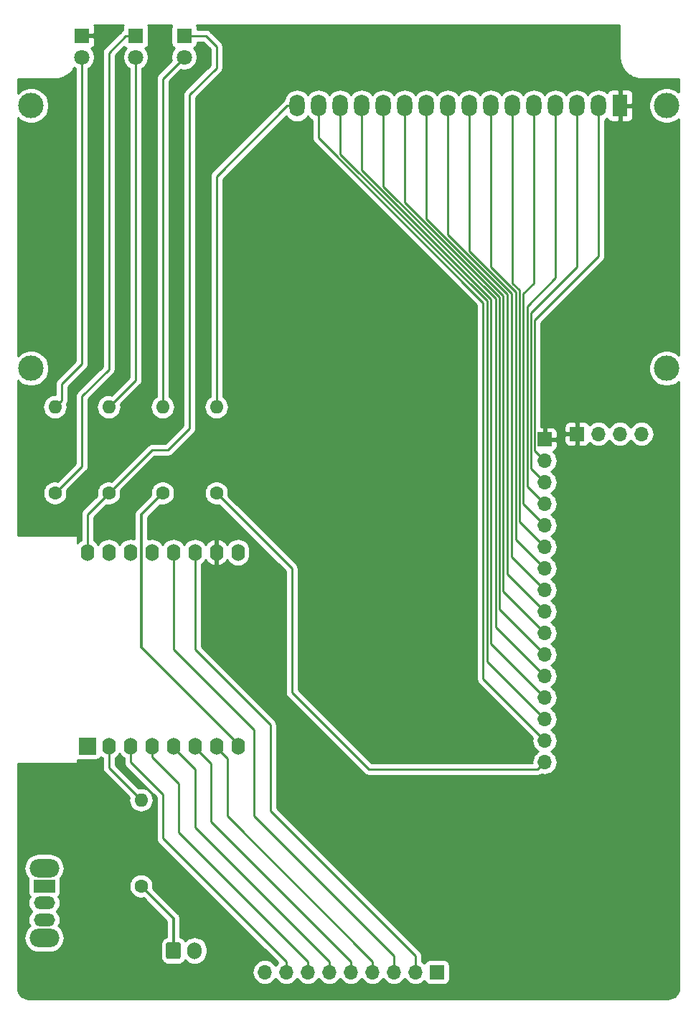
<source format=gbr>
G04 #@! TF.GenerationSoftware,KiCad,Pcbnew,(5.1.2)-1*
G04 #@! TF.CreationDate,2019-10-17T22:12:22+01:00*
G04 #@! TF.ProjectId,Keypad,4b657970-6164-42e6-9b69-6361645f7063,1*
G04 #@! TF.SameCoordinates,Original*
G04 #@! TF.FileFunction,Copper,L2,Bot*
G04 #@! TF.FilePolarity,Positive*
%FSLAX46Y46*%
G04 Gerber Fmt 4.6, Leading zero omitted, Abs format (unit mm)*
G04 Created by KiCad (PCBNEW (5.1.2)-1) date 2019-10-17 22:12:22*
%MOMM*%
%LPD*%
G04 APERTURE LIST*
%ADD10O,1.600000X2.000000*%
%ADD11R,2.000000X2.000000*%
%ADD12R,1.800000X2.600000*%
%ADD13O,1.800000X2.600000*%
%ADD14C,3.000000*%
%ADD15C,0.100000*%
%ADD16C,1.700000*%
%ADD17O,1.700000X2.000000*%
%ADD18R,1.800000X1.800000*%
%ADD19C,1.800000*%
%ADD20R,1.700000X1.700000*%
%ADD21O,1.700000X1.700000*%
%ADD22C,1.600000*%
%ADD23O,1.600000X1.600000*%
%ADD24R,2.500000X1.500000*%
%ADD25O,2.500000X1.500000*%
%ADD26O,3.500000X2.200000*%
%ADD27C,0.350000*%
%ADD28C,0.250000*%
%ADD29C,0.254000*%
G04 APERTURE END LIST*
D10*
X121920000Y-121285000D03*
D11*
X119380000Y-121285000D03*
D10*
X124460000Y-121285000D03*
X127000000Y-121285000D03*
X129540000Y-121285000D03*
X132080000Y-121285000D03*
X134620000Y-121285000D03*
X137160000Y-121285000D03*
X137160000Y-98425000D03*
X134620000Y-98425000D03*
X132080000Y-98425000D03*
X129540000Y-98425000D03*
X127000000Y-98425000D03*
X124460000Y-98425000D03*
X121920000Y-98425000D03*
X119380000Y-98425000D03*
D12*
X182245000Y-45720000D03*
D13*
X179705000Y-45720000D03*
X177165000Y-45720000D03*
X174625000Y-45720000D03*
X172085000Y-45720000D03*
X169545000Y-45720000D03*
X167005000Y-45720000D03*
X164465000Y-45720000D03*
X161925000Y-45720000D03*
X159385000Y-45720000D03*
X156845000Y-45720000D03*
X154305000Y-45720000D03*
X151765000Y-45720000D03*
X149225000Y-45720000D03*
X146685000Y-45720000D03*
X144145000Y-45720000D03*
D14*
X187744100Y-45720000D03*
X187744100Y-76720700D03*
X112745520Y-76720700D03*
X112745000Y-45720000D03*
D15*
G36*
X130164504Y-144416204D02*
G01*
X130188773Y-144419804D01*
X130212571Y-144425765D01*
X130235671Y-144434030D01*
X130257849Y-144444520D01*
X130278893Y-144457133D01*
X130298598Y-144471747D01*
X130316777Y-144488223D01*
X130333253Y-144506402D01*
X130347867Y-144526107D01*
X130360480Y-144547151D01*
X130370970Y-144569329D01*
X130379235Y-144592429D01*
X130385196Y-144616227D01*
X130388796Y-144640496D01*
X130390000Y-144665000D01*
X130390000Y-146165000D01*
X130388796Y-146189504D01*
X130385196Y-146213773D01*
X130379235Y-146237571D01*
X130370970Y-146260671D01*
X130360480Y-146282849D01*
X130347867Y-146303893D01*
X130333253Y-146323598D01*
X130316777Y-146341777D01*
X130298598Y-146358253D01*
X130278893Y-146372867D01*
X130257849Y-146385480D01*
X130235671Y-146395970D01*
X130212571Y-146404235D01*
X130188773Y-146410196D01*
X130164504Y-146413796D01*
X130140000Y-146415000D01*
X128940000Y-146415000D01*
X128915496Y-146413796D01*
X128891227Y-146410196D01*
X128867429Y-146404235D01*
X128844329Y-146395970D01*
X128822151Y-146385480D01*
X128801107Y-146372867D01*
X128781402Y-146358253D01*
X128763223Y-146341777D01*
X128746747Y-146323598D01*
X128732133Y-146303893D01*
X128719520Y-146282849D01*
X128709030Y-146260671D01*
X128700765Y-146237571D01*
X128694804Y-146213773D01*
X128691204Y-146189504D01*
X128690000Y-146165000D01*
X128690000Y-144665000D01*
X128691204Y-144640496D01*
X128694804Y-144616227D01*
X128700765Y-144592429D01*
X128709030Y-144569329D01*
X128719520Y-144547151D01*
X128732133Y-144526107D01*
X128746747Y-144506402D01*
X128763223Y-144488223D01*
X128781402Y-144471747D01*
X128801107Y-144457133D01*
X128822151Y-144444520D01*
X128844329Y-144434030D01*
X128867429Y-144425765D01*
X128891227Y-144419804D01*
X128915496Y-144416204D01*
X128940000Y-144415000D01*
X130140000Y-144415000D01*
X130164504Y-144416204D01*
X130164504Y-144416204D01*
G37*
D16*
X129540000Y-145415000D03*
D17*
X132040000Y-145415000D03*
D18*
X130810000Y-37465000D03*
D19*
X130810000Y-40005000D03*
X125095000Y-40005000D03*
D18*
X125095000Y-37465000D03*
X118745000Y-37465000D03*
D19*
X118745000Y-40005000D03*
D20*
X177165000Y-84455000D03*
D21*
X179705000Y-84455000D03*
X182245000Y-84455000D03*
X184785000Y-84455000D03*
D20*
X173355000Y-85090000D03*
D21*
X173355000Y-87630000D03*
X173355000Y-90170000D03*
X173355000Y-92710000D03*
X173355000Y-95250000D03*
X173355000Y-97790000D03*
X173355000Y-100330000D03*
X173355000Y-102870000D03*
X173355000Y-105410000D03*
X173355000Y-107950000D03*
X173355000Y-110490000D03*
X173355000Y-113030000D03*
X173355000Y-115570000D03*
X173355000Y-118110000D03*
X173355000Y-120650000D03*
X173355000Y-123190000D03*
D20*
X160655000Y-147955000D03*
D21*
X158115000Y-147955000D03*
X155575000Y-147955000D03*
X153035000Y-147955000D03*
X150495000Y-147955000D03*
X147955000Y-147955000D03*
X145415000Y-147955000D03*
X142875000Y-147955000D03*
X140335000Y-147955000D03*
D22*
X128270000Y-91440000D03*
D23*
X128270000Y-81280000D03*
X121920000Y-81280000D03*
D22*
X121920000Y-91440000D03*
X115570000Y-91440000D03*
D23*
X115570000Y-81280000D03*
D22*
X134620000Y-91440000D03*
D23*
X134620000Y-81280000D03*
X125730000Y-127635000D03*
D22*
X125730000Y-137795000D03*
D24*
X114300000Y-137795000D03*
D25*
X114300000Y-139795000D03*
X114300000Y-141795000D03*
D26*
X114300000Y-135695000D03*
X114300000Y-143895000D03*
D27*
X129540000Y-141605000D02*
X125730000Y-137795000D01*
X129540000Y-145415000D02*
X129540000Y-141605000D01*
D28*
X119380000Y-93980000D02*
X121920000Y-91440000D01*
X119380000Y-98425000D02*
X119380000Y-93980000D01*
X133350000Y-37465000D02*
X130810000Y-37465000D01*
X127000000Y-86360000D02*
X128905000Y-86360000D01*
X134620000Y-38735000D02*
X133350000Y-37465000D01*
X121920000Y-91440000D02*
X127000000Y-86360000D01*
X128905000Y-86360000D02*
X131445000Y-83820000D01*
X131445000Y-83820000D02*
X131445000Y-44450000D01*
X131445000Y-44450000D02*
X134620000Y-41275000D01*
X134620000Y-41275000D02*
X134620000Y-38735000D01*
X128270000Y-42545000D02*
X130810000Y-40005000D01*
X128270000Y-81280000D02*
X128270000Y-42545000D01*
X125095000Y-78105000D02*
X125095000Y-40005000D01*
X121920000Y-81280000D02*
X125095000Y-78105000D01*
X123945000Y-37465000D02*
X125095000Y-37465000D01*
X121920000Y-39490000D02*
X123945000Y-37465000D01*
X121920000Y-76835000D02*
X121920000Y-39490000D01*
X118745000Y-80010000D02*
X121920000Y-76835000D01*
X118745000Y-88265000D02*
X118745000Y-80010000D01*
X115570000Y-91440000D02*
X118745000Y-88265000D01*
X116369999Y-80480001D02*
X116369999Y-78575001D01*
X115570000Y-81280000D02*
X116369999Y-80480001D01*
X118745000Y-76200000D02*
X118745000Y-40005000D01*
X116369999Y-78575001D02*
X118745000Y-76200000D01*
X172179999Y-86454999D02*
X172179999Y-71025001D01*
X173355000Y-87630000D02*
X172179999Y-86454999D01*
X179705000Y-63500000D02*
X179705000Y-45720000D01*
X172179999Y-71025001D02*
X179705000Y-63500000D01*
X171729989Y-88544989D02*
X171729989Y-70205011D01*
X173355000Y-90170000D02*
X171729989Y-88544989D01*
X177165000Y-64770000D02*
X177165000Y-45720000D01*
X171729989Y-70205011D02*
X177165000Y-64770000D01*
X171279979Y-90634979D02*
X171279979Y-69385021D01*
X173355000Y-92710000D02*
X171279979Y-90634979D01*
X174625000Y-66040000D02*
X174625000Y-45720000D01*
X171279979Y-69385021D02*
X174625000Y-66040000D01*
X170829969Y-92724969D02*
X170829969Y-67930031D01*
X173355000Y-95250000D02*
X170829969Y-92724969D01*
X172085000Y-66675000D02*
X172085000Y-45720000D01*
X170829969Y-67930031D02*
X172085000Y-66675000D01*
X170379959Y-94814959D02*
X170379959Y-67509959D01*
X173355000Y-97790000D02*
X170379959Y-94814959D01*
X169545000Y-66675000D02*
X169545000Y-45720000D01*
X170379959Y-67509959D02*
X169545000Y-66675000D01*
X167005000Y-47270000D02*
X167005000Y-45720000D01*
X167005000Y-64771410D02*
X167005000Y-47270000D01*
X169929949Y-67696359D02*
X167005000Y-64771410D01*
X169929949Y-96904949D02*
X169929949Y-67696359D01*
X173355000Y-100330000D02*
X169929949Y-96904949D01*
X164465000Y-47270000D02*
X164465000Y-45720000D01*
X164465000Y-62867820D02*
X164465000Y-47270000D01*
X169479939Y-67882759D02*
X164465000Y-62867820D01*
X169479939Y-98994939D02*
X169479939Y-67882759D01*
X173355000Y-102870000D02*
X169479939Y-98994939D01*
X173355000Y-105410000D02*
X168910000Y-100965000D01*
X161925000Y-47270000D02*
X161925000Y-45720000D01*
X161925000Y-60964230D02*
X161925000Y-47270000D01*
X168910000Y-67949230D02*
X161925000Y-60964230D01*
X168910000Y-100965000D02*
X168910000Y-67949230D01*
X159385000Y-47270000D02*
X159385000Y-45720000D01*
X159385000Y-59060640D02*
X159385000Y-47270000D01*
X168459990Y-68135630D02*
X159385000Y-59060640D01*
X168459990Y-103054990D02*
X168459990Y-68135630D01*
X173355000Y-107950000D02*
X168459990Y-103054990D01*
X156845000Y-47270000D02*
X156845000Y-45720000D01*
X156845000Y-57157050D02*
X156845000Y-47270000D01*
X168009980Y-68322030D02*
X156845000Y-57157050D01*
X168009980Y-105144980D02*
X168009980Y-68322030D01*
X173355000Y-110490000D02*
X168009980Y-105144980D01*
X154305000Y-47270000D02*
X154305000Y-45720000D01*
X154305000Y-55253460D02*
X154305000Y-47270000D01*
X167559970Y-68508430D02*
X154305000Y-55253460D01*
X167559970Y-107234970D02*
X167559970Y-68508430D01*
X173355000Y-113030000D02*
X167559970Y-107234970D01*
X173355000Y-115570000D02*
X167005000Y-109220000D01*
X151765000Y-47270000D02*
X151765000Y-45720000D01*
X151765000Y-53349870D02*
X151765000Y-47270000D01*
X167005000Y-68589870D02*
X151765000Y-53349870D01*
X167005000Y-109220000D02*
X167005000Y-68589870D01*
X149225000Y-51446280D02*
X149225000Y-45720000D01*
X166554990Y-68776270D02*
X149225000Y-51446280D01*
X173355000Y-118110000D02*
X166554990Y-111309990D01*
X166554990Y-111309990D02*
X166554990Y-68776270D01*
X146685000Y-49542690D02*
X146685000Y-45720000D01*
X166104980Y-68962670D02*
X146685000Y-49542690D01*
X173355000Y-120650000D02*
X166104980Y-113399980D01*
X166104980Y-113399980D02*
X166104980Y-68962670D01*
X142995000Y-45720000D02*
X144145000Y-45720000D01*
X134620000Y-54095000D02*
X142995000Y-45720000D01*
X134620000Y-81280000D02*
X134620000Y-54095000D01*
X172505001Y-124039999D02*
X152614999Y-124039999D01*
X173355000Y-123190000D02*
X172505001Y-124039999D01*
X152614999Y-124039999D02*
X143510000Y-114935000D01*
X143510000Y-100330000D02*
X134620000Y-91440000D01*
X143510000Y-114935000D02*
X143510000Y-100330000D01*
X158115000Y-147955000D02*
X158115000Y-146050000D01*
X158115000Y-146050000D02*
X140970000Y-128905000D01*
X140970000Y-128905000D02*
X140970000Y-118745000D01*
X132080000Y-109855000D02*
X132080000Y-98425000D01*
X140970000Y-118745000D02*
X132080000Y-109855000D01*
X155575000Y-147955000D02*
X155575000Y-146050000D01*
X155575000Y-146050000D02*
X139065000Y-129540000D01*
X139065000Y-129540000D02*
X139065000Y-119380000D01*
X129540000Y-109855000D02*
X129540000Y-98425000D01*
X139065000Y-119380000D02*
X129540000Y-109855000D01*
X134620000Y-121485000D02*
X134620000Y-121285000D01*
X135890000Y-122755000D02*
X134620000Y-121485000D01*
X135890000Y-129540000D02*
X135890000Y-122755000D01*
X153035000Y-146685000D02*
X135890000Y-129540000D01*
X153035000Y-147955000D02*
X153035000Y-146685000D01*
X150495000Y-146752919D02*
X133985000Y-130242919D01*
X150495000Y-147955000D02*
X150495000Y-146752919D01*
X132080000Y-121485000D02*
X132080000Y-121285000D01*
X133985000Y-123390000D02*
X132080000Y-121485000D01*
X133985000Y-130242919D02*
X133985000Y-123390000D01*
X129540000Y-121485000D02*
X129540000Y-121285000D01*
X132080000Y-124025000D02*
X129540000Y-121485000D01*
X132080000Y-130877919D02*
X132080000Y-124025000D01*
X147955000Y-146752919D02*
X132080000Y-130877919D01*
X147955000Y-147955000D02*
X147955000Y-146752919D01*
X145415000Y-146752919D02*
X130175000Y-131512919D01*
X145415000Y-147955000D02*
X145415000Y-146752919D01*
X130175000Y-131512919D02*
X130175000Y-125730000D01*
X127000000Y-122555000D02*
X127000000Y-121285000D01*
X130175000Y-125730000D02*
X127000000Y-122555000D01*
X142875000Y-146752919D02*
X128270000Y-132147919D01*
X142875000Y-147955000D02*
X142875000Y-146752919D01*
X128270000Y-132147919D02*
X128270000Y-127000000D01*
X124460000Y-123190000D02*
X124460000Y-121285000D01*
X128270000Y-127000000D02*
X124460000Y-123190000D01*
D27*
X137160000Y-121085000D02*
X125730000Y-109655000D01*
X137160000Y-121285000D02*
X137160000Y-121085000D01*
X125730000Y-93980000D02*
X128270000Y-91440000D01*
X125730000Y-109655000D02*
X125730000Y-93980000D01*
D28*
X121920000Y-123825000D02*
X121920000Y-121285000D01*
X125730000Y-127635000D02*
X121920000Y-123825000D01*
D29*
G36*
X182195001Y-40038647D02*
G01*
X182197948Y-40068563D01*
X182197865Y-40080383D01*
X182198799Y-40089902D01*
X182237662Y-40459656D01*
X182250139Y-40520437D01*
X182261779Y-40581458D01*
X182264544Y-40590614D01*
X182374485Y-40945777D01*
X182398549Y-41003023D01*
X182421801Y-41060574D01*
X182426291Y-41069019D01*
X182603123Y-41396064D01*
X182637858Y-41447561D01*
X182671837Y-41499486D01*
X182677882Y-41506898D01*
X182914871Y-41793368D01*
X182958908Y-41837098D01*
X183002362Y-41881472D01*
X183009731Y-41887569D01*
X183297849Y-42122552D01*
X183349582Y-42156924D01*
X183400788Y-42191985D01*
X183409201Y-42196534D01*
X183737474Y-42371079D01*
X183794884Y-42394742D01*
X183851937Y-42419195D01*
X183861073Y-42422024D01*
X184216996Y-42529483D01*
X184277857Y-42541534D01*
X184338629Y-42554451D01*
X184348140Y-42555451D01*
X184718156Y-42591731D01*
X184718163Y-42591731D01*
X184751353Y-42595000D01*
X189180000Y-42595000D01*
X189180000Y-44136554D01*
X189105083Y-44061637D01*
X188755402Y-43827988D01*
X188366856Y-43667047D01*
X187954379Y-43585000D01*
X187533821Y-43585000D01*
X187121344Y-43667047D01*
X186732798Y-43827988D01*
X186383117Y-44061637D01*
X186085737Y-44359017D01*
X185852088Y-44708698D01*
X185691147Y-45097244D01*
X185609100Y-45509721D01*
X185609100Y-45930279D01*
X185691147Y-46342756D01*
X185852088Y-46731302D01*
X186085737Y-47080983D01*
X186383117Y-47378363D01*
X186732798Y-47612012D01*
X187121344Y-47772953D01*
X187533821Y-47855000D01*
X187954379Y-47855000D01*
X188366856Y-47772953D01*
X188755402Y-47612012D01*
X189105083Y-47378363D01*
X189180000Y-47303446D01*
X189180000Y-75137254D01*
X189105083Y-75062337D01*
X188755402Y-74828688D01*
X188366856Y-74667747D01*
X187954379Y-74585700D01*
X187533821Y-74585700D01*
X187121344Y-74667747D01*
X186732798Y-74828688D01*
X186383117Y-75062337D01*
X186085737Y-75359717D01*
X185852088Y-75709398D01*
X185691147Y-76097944D01*
X185609100Y-76510421D01*
X185609100Y-76930979D01*
X185691147Y-77343456D01*
X185852088Y-77732002D01*
X186085737Y-78081683D01*
X186383117Y-78379063D01*
X186732798Y-78612712D01*
X187121344Y-78773653D01*
X187533821Y-78855700D01*
X187954379Y-78855700D01*
X188366856Y-78773653D01*
X188755402Y-78612712D01*
X189105083Y-78379063D01*
X189180000Y-78304146D01*
X189180001Y-149826487D01*
X189153543Y-150096327D01*
X189084908Y-150323656D01*
X188973428Y-150533320D01*
X188823343Y-150717341D01*
X188640380Y-150868701D01*
X188431493Y-150981646D01*
X188204653Y-151051865D01*
X187936966Y-151080000D01*
X112428503Y-151080000D01*
X112158673Y-151053543D01*
X111931344Y-150984908D01*
X111721680Y-150873428D01*
X111537659Y-150723343D01*
X111386299Y-150540380D01*
X111273354Y-150331493D01*
X111203135Y-150104653D01*
X111175000Y-149836966D01*
X111175000Y-135695000D01*
X111906606Y-135695000D01*
X111940105Y-136035119D01*
X112039314Y-136362168D01*
X112200421Y-136663578D01*
X112417234Y-136927766D01*
X112423008Y-136932504D01*
X112411928Y-137045000D01*
X112411928Y-138545000D01*
X112424188Y-138669482D01*
X112460498Y-138789180D01*
X112519463Y-138899494D01*
X112598815Y-138996185D01*
X112638940Y-139029114D01*
X112514236Y-139262419D01*
X112435040Y-139523493D01*
X112408299Y-139795000D01*
X112435040Y-140066507D01*
X112514236Y-140327581D01*
X112642843Y-140568188D01*
X112815919Y-140779081D01*
X112835316Y-140795000D01*
X112815919Y-140810919D01*
X112642843Y-141021812D01*
X112514236Y-141262419D01*
X112435040Y-141523493D01*
X112408299Y-141795000D01*
X112435040Y-142066507D01*
X112514236Y-142327581D01*
X112608994Y-142504861D01*
X112417234Y-142662234D01*
X112200421Y-142926422D01*
X112039314Y-143227832D01*
X111940105Y-143554881D01*
X111906606Y-143895000D01*
X111940105Y-144235119D01*
X112039314Y-144562168D01*
X112200421Y-144863578D01*
X112417234Y-145127766D01*
X112681422Y-145344579D01*
X112982832Y-145505686D01*
X113309881Y-145604895D01*
X113564775Y-145630000D01*
X115035225Y-145630000D01*
X115290119Y-145604895D01*
X115617168Y-145505686D01*
X115918578Y-145344579D01*
X116182766Y-145127766D01*
X116399579Y-144863578D01*
X116560686Y-144562168D01*
X116659895Y-144235119D01*
X116693394Y-143895000D01*
X116659895Y-143554881D01*
X116560686Y-143227832D01*
X116399579Y-142926422D01*
X116182766Y-142662234D01*
X115991006Y-142504861D01*
X116085764Y-142327581D01*
X116164960Y-142066507D01*
X116191701Y-141795000D01*
X116164960Y-141523493D01*
X116085764Y-141262419D01*
X115957157Y-141021812D01*
X115784081Y-140810919D01*
X115764684Y-140795000D01*
X115784081Y-140779081D01*
X115957157Y-140568188D01*
X116085764Y-140327581D01*
X116164960Y-140066507D01*
X116191701Y-139795000D01*
X116164960Y-139523493D01*
X116085764Y-139262419D01*
X115961060Y-139029114D01*
X116001185Y-138996185D01*
X116080537Y-138899494D01*
X116139502Y-138789180D01*
X116175812Y-138669482D01*
X116188072Y-138545000D01*
X116188072Y-137653665D01*
X124295000Y-137653665D01*
X124295000Y-137936335D01*
X124350147Y-138213574D01*
X124458320Y-138474727D01*
X124615363Y-138709759D01*
X124815241Y-138909637D01*
X125050273Y-139066680D01*
X125311426Y-139174853D01*
X125588665Y-139230000D01*
X125871335Y-139230000D01*
X125994907Y-139205420D01*
X128730001Y-141940514D01*
X128730000Y-143805139D01*
X128600150Y-143844528D01*
X128446614Y-143926595D01*
X128312038Y-144037038D01*
X128201595Y-144171614D01*
X128119528Y-144325150D01*
X128068992Y-144491746D01*
X128051928Y-144665000D01*
X128051928Y-146165000D01*
X128068992Y-146338254D01*
X128119528Y-146504850D01*
X128201595Y-146658386D01*
X128312038Y-146792962D01*
X128446614Y-146903405D01*
X128600150Y-146985472D01*
X128766746Y-147036008D01*
X128940000Y-147053072D01*
X130140000Y-147053072D01*
X130313254Y-147036008D01*
X130479850Y-146985472D01*
X130633386Y-146903405D01*
X130767962Y-146792962D01*
X130878405Y-146658386D01*
X130932777Y-146556663D01*
X130984866Y-146620134D01*
X131210987Y-146805706D01*
X131468967Y-146943599D01*
X131748890Y-147028513D01*
X132040000Y-147057185D01*
X132331111Y-147028513D01*
X132611034Y-146943599D01*
X132869014Y-146805706D01*
X133095134Y-146620134D01*
X133280706Y-146394014D01*
X133418599Y-146136033D01*
X133503513Y-145856110D01*
X133525000Y-145637949D01*
X133525000Y-145192050D01*
X133503513Y-144973889D01*
X133418599Y-144693966D01*
X133280706Y-144435986D01*
X133095134Y-144209866D01*
X132869013Y-144024294D01*
X132611033Y-143886401D01*
X132331110Y-143801487D01*
X132040000Y-143772815D01*
X131748889Y-143801487D01*
X131468966Y-143886401D01*
X131210986Y-144024294D01*
X130984866Y-144209866D01*
X130932777Y-144273337D01*
X130878405Y-144171614D01*
X130767962Y-144037038D01*
X130633386Y-143926595D01*
X130479850Y-143844528D01*
X130350000Y-143805139D01*
X130350000Y-141644788D01*
X130353919Y-141605000D01*
X130345891Y-141523493D01*
X130338280Y-141446212D01*
X130291963Y-141293527D01*
X130291963Y-141293526D01*
X130216749Y-141152811D01*
X130140893Y-141060380D01*
X130115528Y-141029472D01*
X130084618Y-141004105D01*
X127140420Y-138059907D01*
X127165000Y-137936335D01*
X127165000Y-137653665D01*
X127109853Y-137376426D01*
X127001680Y-137115273D01*
X126844637Y-136880241D01*
X126644759Y-136680363D01*
X126409727Y-136523320D01*
X126148574Y-136415147D01*
X125871335Y-136360000D01*
X125588665Y-136360000D01*
X125311426Y-136415147D01*
X125050273Y-136523320D01*
X124815241Y-136680363D01*
X124615363Y-136880241D01*
X124458320Y-137115273D01*
X124350147Y-137376426D01*
X124295000Y-137653665D01*
X116188072Y-137653665D01*
X116188072Y-137045000D01*
X116176992Y-136932504D01*
X116182766Y-136927766D01*
X116399579Y-136663578D01*
X116560686Y-136362168D01*
X116659895Y-136035119D01*
X116693394Y-135695000D01*
X116659895Y-135354881D01*
X116560686Y-135027832D01*
X116399579Y-134726422D01*
X116182766Y-134462234D01*
X115918578Y-134245421D01*
X115617168Y-134084314D01*
X115290119Y-133985105D01*
X115035225Y-133960000D01*
X113564775Y-133960000D01*
X113309881Y-133985105D01*
X112982832Y-134084314D01*
X112681422Y-134245421D01*
X112417234Y-134462234D01*
X112200421Y-134726422D01*
X112039314Y-135027832D01*
X111940105Y-135354881D01*
X111906606Y-135695000D01*
X111175000Y-135695000D01*
X111175000Y-123317000D01*
X118110000Y-123317000D01*
X118134776Y-123314560D01*
X118158601Y-123307333D01*
X118180557Y-123295597D01*
X118199803Y-123279803D01*
X118215597Y-123260557D01*
X118227333Y-123238601D01*
X118234560Y-123214776D01*
X118237000Y-123190000D01*
X118237000Y-122905195D01*
X118255518Y-122910812D01*
X118380000Y-122923072D01*
X120380000Y-122923072D01*
X120504482Y-122910812D01*
X120624180Y-122874502D01*
X120734494Y-122815537D01*
X120831185Y-122736185D01*
X120910537Y-122639494D01*
X120957559Y-122551523D01*
X121118900Y-122683932D01*
X121160000Y-122705901D01*
X121160000Y-123787677D01*
X121156324Y-123825000D01*
X121160000Y-123862322D01*
X121160000Y-123862332D01*
X121170997Y-123973985D01*
X121214454Y-124117246D01*
X121285026Y-124249276D01*
X121324871Y-124297826D01*
X121379999Y-124365001D01*
X121409003Y-124388804D01*
X124329292Y-127309094D01*
X124315764Y-127353691D01*
X124288057Y-127635000D01*
X124315764Y-127916309D01*
X124397818Y-128186808D01*
X124531068Y-128436101D01*
X124710392Y-128654608D01*
X124928899Y-128833932D01*
X125178192Y-128967182D01*
X125448691Y-129049236D01*
X125659508Y-129070000D01*
X125800492Y-129070000D01*
X126011309Y-129049236D01*
X126281808Y-128967182D01*
X126531101Y-128833932D01*
X126749608Y-128654608D01*
X126928932Y-128436101D01*
X127062182Y-128186808D01*
X127144236Y-127916309D01*
X127171943Y-127635000D01*
X127144236Y-127353691D01*
X127062182Y-127083192D01*
X126928932Y-126833899D01*
X126749608Y-126615392D01*
X126531101Y-126436068D01*
X126281808Y-126302818D01*
X126011309Y-126220764D01*
X125800492Y-126200000D01*
X125659508Y-126200000D01*
X125448691Y-126220764D01*
X125404094Y-126234292D01*
X122680000Y-123510199D01*
X122680000Y-122705901D01*
X122721101Y-122683932D01*
X122939608Y-122504608D01*
X123118932Y-122286101D01*
X123190000Y-122153142D01*
X123261068Y-122286101D01*
X123440393Y-122504608D01*
X123658900Y-122683932D01*
X123700000Y-122705901D01*
X123700000Y-123152677D01*
X123696324Y-123190000D01*
X123700000Y-123227322D01*
X123700000Y-123227332D01*
X123710997Y-123338985D01*
X123754110Y-123481111D01*
X123754454Y-123482246D01*
X123825026Y-123614276D01*
X123826214Y-123615723D01*
X123919999Y-123730001D01*
X123949003Y-123753804D01*
X127510001Y-127314803D01*
X127510000Y-132110596D01*
X127506324Y-132147919D01*
X127510000Y-132185241D01*
X127510000Y-132185251D01*
X127520997Y-132296904D01*
X127564454Y-132440165D01*
X127635026Y-132572195D01*
X127674871Y-132620745D01*
X127729999Y-132687920D01*
X127759003Y-132711723D01*
X141889773Y-146842494D01*
X141819866Y-146899866D01*
X141634294Y-147125986D01*
X141605000Y-147180791D01*
X141575706Y-147125986D01*
X141390134Y-146899866D01*
X141164014Y-146714294D01*
X140906034Y-146576401D01*
X140626111Y-146491487D01*
X140407950Y-146470000D01*
X140262050Y-146470000D01*
X140043889Y-146491487D01*
X139763966Y-146576401D01*
X139505986Y-146714294D01*
X139279866Y-146899866D01*
X139094294Y-147125986D01*
X138956401Y-147383966D01*
X138871487Y-147663889D01*
X138842815Y-147955000D01*
X138871487Y-148246111D01*
X138956401Y-148526034D01*
X139094294Y-148784014D01*
X139279866Y-149010134D01*
X139505986Y-149195706D01*
X139763966Y-149333599D01*
X140043889Y-149418513D01*
X140262050Y-149440000D01*
X140407950Y-149440000D01*
X140626111Y-149418513D01*
X140906034Y-149333599D01*
X141164014Y-149195706D01*
X141390134Y-149010134D01*
X141575706Y-148784014D01*
X141605000Y-148729209D01*
X141634294Y-148784014D01*
X141819866Y-149010134D01*
X142045986Y-149195706D01*
X142303966Y-149333599D01*
X142583889Y-149418513D01*
X142802050Y-149440000D01*
X142947950Y-149440000D01*
X143166111Y-149418513D01*
X143446034Y-149333599D01*
X143704014Y-149195706D01*
X143930134Y-149010134D01*
X144115706Y-148784014D01*
X144145000Y-148729209D01*
X144174294Y-148784014D01*
X144359866Y-149010134D01*
X144585986Y-149195706D01*
X144843966Y-149333599D01*
X145123889Y-149418513D01*
X145342050Y-149440000D01*
X145487950Y-149440000D01*
X145706111Y-149418513D01*
X145986034Y-149333599D01*
X146244014Y-149195706D01*
X146470134Y-149010134D01*
X146655706Y-148784014D01*
X146685000Y-148729209D01*
X146714294Y-148784014D01*
X146899866Y-149010134D01*
X147125986Y-149195706D01*
X147383966Y-149333599D01*
X147663889Y-149418513D01*
X147882050Y-149440000D01*
X148027950Y-149440000D01*
X148246111Y-149418513D01*
X148526034Y-149333599D01*
X148784014Y-149195706D01*
X149010134Y-149010134D01*
X149195706Y-148784014D01*
X149225000Y-148729209D01*
X149254294Y-148784014D01*
X149439866Y-149010134D01*
X149665986Y-149195706D01*
X149923966Y-149333599D01*
X150203889Y-149418513D01*
X150422050Y-149440000D01*
X150567950Y-149440000D01*
X150786111Y-149418513D01*
X151066034Y-149333599D01*
X151324014Y-149195706D01*
X151550134Y-149010134D01*
X151735706Y-148784014D01*
X151765000Y-148729209D01*
X151794294Y-148784014D01*
X151979866Y-149010134D01*
X152205986Y-149195706D01*
X152463966Y-149333599D01*
X152743889Y-149418513D01*
X152962050Y-149440000D01*
X153107950Y-149440000D01*
X153326111Y-149418513D01*
X153606034Y-149333599D01*
X153864014Y-149195706D01*
X154090134Y-149010134D01*
X154275706Y-148784014D01*
X154305000Y-148729209D01*
X154334294Y-148784014D01*
X154519866Y-149010134D01*
X154745986Y-149195706D01*
X155003966Y-149333599D01*
X155283889Y-149418513D01*
X155502050Y-149440000D01*
X155647950Y-149440000D01*
X155866111Y-149418513D01*
X156146034Y-149333599D01*
X156404014Y-149195706D01*
X156630134Y-149010134D01*
X156815706Y-148784014D01*
X156845000Y-148729209D01*
X156874294Y-148784014D01*
X157059866Y-149010134D01*
X157285986Y-149195706D01*
X157543966Y-149333599D01*
X157823889Y-149418513D01*
X158042050Y-149440000D01*
X158187950Y-149440000D01*
X158406111Y-149418513D01*
X158686034Y-149333599D01*
X158944014Y-149195706D01*
X159170134Y-149010134D01*
X159194607Y-148980313D01*
X159215498Y-149049180D01*
X159274463Y-149159494D01*
X159353815Y-149256185D01*
X159450506Y-149335537D01*
X159560820Y-149394502D01*
X159680518Y-149430812D01*
X159805000Y-149443072D01*
X161505000Y-149443072D01*
X161629482Y-149430812D01*
X161749180Y-149394502D01*
X161859494Y-149335537D01*
X161956185Y-149256185D01*
X162035537Y-149159494D01*
X162094502Y-149049180D01*
X162130812Y-148929482D01*
X162143072Y-148805000D01*
X162143072Y-147105000D01*
X162130812Y-146980518D01*
X162094502Y-146860820D01*
X162035537Y-146750506D01*
X161956185Y-146653815D01*
X161859494Y-146574463D01*
X161749180Y-146515498D01*
X161629482Y-146479188D01*
X161505000Y-146466928D01*
X159805000Y-146466928D01*
X159680518Y-146479188D01*
X159560820Y-146515498D01*
X159450506Y-146574463D01*
X159353815Y-146653815D01*
X159274463Y-146750506D01*
X159215498Y-146860820D01*
X159194607Y-146929687D01*
X159170134Y-146899866D01*
X158944014Y-146714294D01*
X158875000Y-146677405D01*
X158875000Y-146087333D01*
X158878677Y-146050000D01*
X158864003Y-145901014D01*
X158820546Y-145757753D01*
X158749974Y-145625724D01*
X158678799Y-145538997D01*
X158655001Y-145509999D01*
X158626003Y-145486201D01*
X141730000Y-128590199D01*
X141730000Y-118782333D01*
X141733677Y-118745000D01*
X141719003Y-118596014D01*
X141675546Y-118452753D01*
X141604974Y-118320724D01*
X141533799Y-118233997D01*
X141510001Y-118204999D01*
X141481003Y-118181201D01*
X132840000Y-109540199D01*
X132840000Y-99845901D01*
X132881101Y-99823932D01*
X133099608Y-99644608D01*
X133278932Y-99426101D01*
X133348122Y-99296655D01*
X133355570Y-99314227D01*
X133514327Y-99547662D01*
X133715575Y-99745639D01*
X133951579Y-99900551D01*
X134213270Y-100006444D01*
X134270961Y-100016904D01*
X134493000Y-99894915D01*
X134493000Y-98552000D01*
X134473000Y-98552000D01*
X134473000Y-98298000D01*
X134493000Y-98298000D01*
X134493000Y-96955085D01*
X134747000Y-96955085D01*
X134747000Y-98298000D01*
X134767000Y-98298000D01*
X134767000Y-98552000D01*
X134747000Y-98552000D01*
X134747000Y-99894915D01*
X134969039Y-100016904D01*
X135026730Y-100006444D01*
X135288421Y-99900551D01*
X135524425Y-99745639D01*
X135725673Y-99547662D01*
X135884430Y-99314227D01*
X135891878Y-99296655D01*
X135961068Y-99426101D01*
X136140393Y-99644608D01*
X136358900Y-99823932D01*
X136608193Y-99957182D01*
X136878692Y-100039236D01*
X137160000Y-100066943D01*
X137441309Y-100039236D01*
X137711808Y-99957182D01*
X137961101Y-99823932D01*
X138179608Y-99644608D01*
X138358932Y-99426101D01*
X138492182Y-99176807D01*
X138574236Y-98906308D01*
X138595000Y-98695491D01*
X138595000Y-98154508D01*
X138574236Y-97943691D01*
X138492182Y-97673192D01*
X138358932Y-97423899D01*
X138179607Y-97205392D01*
X137961100Y-97026068D01*
X137711807Y-96892818D01*
X137441308Y-96810764D01*
X137160000Y-96783057D01*
X136878691Y-96810764D01*
X136608192Y-96892818D01*
X136358899Y-97026068D01*
X136140392Y-97205393D01*
X135961068Y-97423900D01*
X135891878Y-97553345D01*
X135884430Y-97535773D01*
X135725673Y-97302338D01*
X135524425Y-97104361D01*
X135288421Y-96949449D01*
X135026730Y-96843556D01*
X134969039Y-96833096D01*
X134747000Y-96955085D01*
X134493000Y-96955085D01*
X134270961Y-96833096D01*
X134213270Y-96843556D01*
X133951579Y-96949449D01*
X133715575Y-97104361D01*
X133514327Y-97302338D01*
X133355570Y-97535773D01*
X133348122Y-97553345D01*
X133278932Y-97423899D01*
X133099607Y-97205392D01*
X132881100Y-97026068D01*
X132631807Y-96892818D01*
X132361308Y-96810764D01*
X132080000Y-96783057D01*
X131798691Y-96810764D01*
X131528192Y-96892818D01*
X131278899Y-97026068D01*
X131060392Y-97205393D01*
X130881068Y-97423900D01*
X130810000Y-97556858D01*
X130738932Y-97423899D01*
X130559607Y-97205392D01*
X130341100Y-97026068D01*
X130091807Y-96892818D01*
X129821308Y-96810764D01*
X129540000Y-96783057D01*
X129258691Y-96810764D01*
X128988192Y-96892818D01*
X128738899Y-97026068D01*
X128520392Y-97205393D01*
X128341068Y-97423900D01*
X128270000Y-97556858D01*
X128198932Y-97423899D01*
X128019607Y-97205392D01*
X127801100Y-97026068D01*
X127551807Y-96892818D01*
X127281308Y-96810764D01*
X127000000Y-96783057D01*
X126718691Y-96810764D01*
X126540000Y-96864969D01*
X126540000Y-94315512D01*
X128005093Y-92850420D01*
X128128665Y-92875000D01*
X128411335Y-92875000D01*
X128688574Y-92819853D01*
X128949727Y-92711680D01*
X129184759Y-92554637D01*
X129384637Y-92354759D01*
X129541680Y-92119727D01*
X129649853Y-91858574D01*
X129705000Y-91581335D01*
X129705000Y-91298665D01*
X129649853Y-91021426D01*
X129541680Y-90760273D01*
X129384637Y-90525241D01*
X129184759Y-90325363D01*
X128949727Y-90168320D01*
X128688574Y-90060147D01*
X128411335Y-90005000D01*
X128128665Y-90005000D01*
X127851426Y-90060147D01*
X127590273Y-90168320D01*
X127355241Y-90325363D01*
X127155363Y-90525241D01*
X126998320Y-90760273D01*
X126890147Y-91021426D01*
X126835000Y-91298665D01*
X126835000Y-91581335D01*
X126859580Y-91704907D01*
X125185383Y-93379105D01*
X125154473Y-93404472D01*
X125129108Y-93435380D01*
X125053251Y-93527811D01*
X124978038Y-93668527D01*
X124972206Y-93687754D01*
X124931721Y-93821213D01*
X124916081Y-93980000D01*
X124920001Y-94019798D01*
X124920001Y-96864969D01*
X124741308Y-96810764D01*
X124460000Y-96783057D01*
X124178691Y-96810764D01*
X123908192Y-96892818D01*
X123658899Y-97026068D01*
X123440392Y-97205393D01*
X123261068Y-97423900D01*
X123190000Y-97556858D01*
X123118932Y-97423899D01*
X122939607Y-97205392D01*
X122721100Y-97026068D01*
X122471807Y-96892818D01*
X122201308Y-96810764D01*
X121920000Y-96783057D01*
X121638691Y-96810764D01*
X121368192Y-96892818D01*
X121118899Y-97026068D01*
X120900392Y-97205393D01*
X120721068Y-97423900D01*
X120650000Y-97556858D01*
X120578932Y-97423899D01*
X120399607Y-97205392D01*
X120181100Y-97026068D01*
X120140000Y-97004100D01*
X120140000Y-94294801D01*
X121596114Y-92838688D01*
X121778665Y-92875000D01*
X122061335Y-92875000D01*
X122338574Y-92819853D01*
X122599727Y-92711680D01*
X122834759Y-92554637D01*
X123034637Y-92354759D01*
X123191680Y-92119727D01*
X123299853Y-91858574D01*
X123355000Y-91581335D01*
X123355000Y-91298665D01*
X123318688Y-91116113D01*
X127314802Y-87120000D01*
X128867678Y-87120000D01*
X128905000Y-87123676D01*
X128942322Y-87120000D01*
X128942333Y-87120000D01*
X129053986Y-87109003D01*
X129197247Y-87065546D01*
X129329276Y-86994974D01*
X129445001Y-86900001D01*
X129468804Y-86870997D01*
X131956009Y-84383794D01*
X131985001Y-84360001D01*
X132008795Y-84331008D01*
X132008799Y-84331004D01*
X132079973Y-84244277D01*
X132079974Y-84244276D01*
X132150546Y-84112247D01*
X132194003Y-83968986D01*
X132205000Y-83857333D01*
X132205000Y-83857324D01*
X132208676Y-83820001D01*
X132205000Y-83782678D01*
X132205000Y-81280000D01*
X133178057Y-81280000D01*
X133205764Y-81561309D01*
X133287818Y-81831808D01*
X133421068Y-82081101D01*
X133600392Y-82299608D01*
X133818899Y-82478932D01*
X134068192Y-82612182D01*
X134338691Y-82694236D01*
X134549508Y-82715000D01*
X134690492Y-82715000D01*
X134901309Y-82694236D01*
X135171808Y-82612182D01*
X135421101Y-82478932D01*
X135639608Y-82299608D01*
X135818932Y-82081101D01*
X135952182Y-81831808D01*
X136034236Y-81561309D01*
X136061943Y-81280000D01*
X136034236Y-80998691D01*
X135952182Y-80728192D01*
X135818932Y-80478899D01*
X135639608Y-80260392D01*
X135421101Y-80081068D01*
X135380000Y-80059099D01*
X135380000Y-54409801D01*
X142845227Y-46944575D01*
X142862519Y-46976926D01*
X143054339Y-47210661D01*
X143288073Y-47402481D01*
X143554739Y-47545017D01*
X143844087Y-47632790D01*
X144145000Y-47662427D01*
X144445912Y-47632790D01*
X144735260Y-47545017D01*
X145001926Y-47402481D01*
X145235661Y-47210661D01*
X145415000Y-46992135D01*
X145594339Y-47210661D01*
X145828073Y-47402481D01*
X145925001Y-47454290D01*
X145925000Y-49505367D01*
X145921324Y-49542690D01*
X145925000Y-49580012D01*
X145925000Y-49580022D01*
X145935997Y-49691675D01*
X145979454Y-49834936D01*
X146050026Y-49966966D01*
X146089871Y-50015516D01*
X146144999Y-50082691D01*
X146174003Y-50106494D01*
X165344981Y-69277473D01*
X165344980Y-113362658D01*
X165341304Y-113399980D01*
X165344980Y-113437302D01*
X165344980Y-113437312D01*
X165355977Y-113548965D01*
X165399434Y-113692226D01*
X165470006Y-113824256D01*
X165509851Y-113872806D01*
X165564979Y-113939981D01*
X165593983Y-113963784D01*
X171914203Y-120284005D01*
X171891487Y-120358889D01*
X171862815Y-120650000D01*
X171891487Y-120941111D01*
X171976401Y-121221034D01*
X172114294Y-121479014D01*
X172299866Y-121705134D01*
X172525986Y-121890706D01*
X172580791Y-121920000D01*
X172525986Y-121949294D01*
X172299866Y-122134866D01*
X172114294Y-122360986D01*
X171976401Y-122618966D01*
X171891487Y-122898889D01*
X171862815Y-123190000D01*
X171871679Y-123279999D01*
X152929801Y-123279999D01*
X144270000Y-114620199D01*
X144270000Y-100367333D01*
X144273677Y-100330000D01*
X144259003Y-100181014D01*
X144215546Y-100037753D01*
X144144974Y-99905724D01*
X144073799Y-99818997D01*
X144050001Y-99789999D01*
X144021003Y-99766201D01*
X136018688Y-91763887D01*
X136055000Y-91581335D01*
X136055000Y-91298665D01*
X135999853Y-91021426D01*
X135891680Y-90760273D01*
X135734637Y-90525241D01*
X135534759Y-90325363D01*
X135299727Y-90168320D01*
X135038574Y-90060147D01*
X134761335Y-90005000D01*
X134478665Y-90005000D01*
X134201426Y-90060147D01*
X133940273Y-90168320D01*
X133705241Y-90325363D01*
X133505363Y-90525241D01*
X133348320Y-90760273D01*
X133240147Y-91021426D01*
X133185000Y-91298665D01*
X133185000Y-91581335D01*
X133240147Y-91858574D01*
X133348320Y-92119727D01*
X133505363Y-92354759D01*
X133705241Y-92554637D01*
X133940273Y-92711680D01*
X134201426Y-92819853D01*
X134478665Y-92875000D01*
X134761335Y-92875000D01*
X134943887Y-92838688D01*
X142750001Y-100644803D01*
X142750000Y-114897678D01*
X142746324Y-114935000D01*
X142750000Y-114972322D01*
X142750000Y-114972332D01*
X142760997Y-115083985D01*
X142779725Y-115145723D01*
X142804454Y-115227246D01*
X142875026Y-115359276D01*
X142914871Y-115407826D01*
X142969999Y-115475001D01*
X142999003Y-115498804D01*
X152051200Y-124551002D01*
X152074998Y-124580000D01*
X152103996Y-124603798D01*
X152190722Y-124674973D01*
X152294689Y-124730545D01*
X152322752Y-124745545D01*
X152466013Y-124789002D01*
X152577666Y-124799999D01*
X152577675Y-124799999D01*
X152614998Y-124803675D01*
X152652321Y-124799999D01*
X172467679Y-124799999D01*
X172505001Y-124803675D01*
X172542323Y-124799999D01*
X172542334Y-124799999D01*
X172653987Y-124789002D01*
X172797248Y-124745545D01*
X172929277Y-124674973D01*
X172984698Y-124629490D01*
X173063889Y-124653513D01*
X173282050Y-124675000D01*
X173427950Y-124675000D01*
X173646111Y-124653513D01*
X173926034Y-124568599D01*
X174184014Y-124430706D01*
X174410134Y-124245134D01*
X174595706Y-124019014D01*
X174733599Y-123761034D01*
X174818513Y-123481111D01*
X174847185Y-123190000D01*
X174818513Y-122898889D01*
X174733599Y-122618966D01*
X174595706Y-122360986D01*
X174410134Y-122134866D01*
X174184014Y-121949294D01*
X174129209Y-121920000D01*
X174184014Y-121890706D01*
X174410134Y-121705134D01*
X174595706Y-121479014D01*
X174733599Y-121221034D01*
X174818513Y-120941111D01*
X174847185Y-120650000D01*
X174818513Y-120358889D01*
X174733599Y-120078966D01*
X174595706Y-119820986D01*
X174410134Y-119594866D01*
X174184014Y-119409294D01*
X174129209Y-119380000D01*
X174184014Y-119350706D01*
X174410134Y-119165134D01*
X174595706Y-118939014D01*
X174733599Y-118681034D01*
X174818513Y-118401111D01*
X174847185Y-118110000D01*
X174818513Y-117818889D01*
X174733599Y-117538966D01*
X174595706Y-117280986D01*
X174410134Y-117054866D01*
X174184014Y-116869294D01*
X174129209Y-116840000D01*
X174184014Y-116810706D01*
X174410134Y-116625134D01*
X174595706Y-116399014D01*
X174733599Y-116141034D01*
X174818513Y-115861111D01*
X174847185Y-115570000D01*
X174818513Y-115278889D01*
X174733599Y-114998966D01*
X174595706Y-114740986D01*
X174410134Y-114514866D01*
X174184014Y-114329294D01*
X174129209Y-114300000D01*
X174184014Y-114270706D01*
X174410134Y-114085134D01*
X174595706Y-113859014D01*
X174733599Y-113601034D01*
X174818513Y-113321111D01*
X174847185Y-113030000D01*
X174818513Y-112738889D01*
X174733599Y-112458966D01*
X174595706Y-112200986D01*
X174410134Y-111974866D01*
X174184014Y-111789294D01*
X174129209Y-111760000D01*
X174184014Y-111730706D01*
X174410134Y-111545134D01*
X174595706Y-111319014D01*
X174733599Y-111061034D01*
X174818513Y-110781111D01*
X174847185Y-110490000D01*
X174818513Y-110198889D01*
X174733599Y-109918966D01*
X174595706Y-109660986D01*
X174410134Y-109434866D01*
X174184014Y-109249294D01*
X174129209Y-109220000D01*
X174184014Y-109190706D01*
X174410134Y-109005134D01*
X174595706Y-108779014D01*
X174733599Y-108521034D01*
X174818513Y-108241111D01*
X174847185Y-107950000D01*
X174818513Y-107658889D01*
X174733599Y-107378966D01*
X174595706Y-107120986D01*
X174410134Y-106894866D01*
X174184014Y-106709294D01*
X174129209Y-106680000D01*
X174184014Y-106650706D01*
X174410134Y-106465134D01*
X174595706Y-106239014D01*
X174733599Y-105981034D01*
X174818513Y-105701111D01*
X174847185Y-105410000D01*
X174818513Y-105118889D01*
X174733599Y-104838966D01*
X174595706Y-104580986D01*
X174410134Y-104354866D01*
X174184014Y-104169294D01*
X174129209Y-104140000D01*
X174184014Y-104110706D01*
X174410134Y-103925134D01*
X174595706Y-103699014D01*
X174733599Y-103441034D01*
X174818513Y-103161111D01*
X174847185Y-102870000D01*
X174818513Y-102578889D01*
X174733599Y-102298966D01*
X174595706Y-102040986D01*
X174410134Y-101814866D01*
X174184014Y-101629294D01*
X174129209Y-101600000D01*
X174184014Y-101570706D01*
X174410134Y-101385134D01*
X174595706Y-101159014D01*
X174733599Y-100901034D01*
X174818513Y-100621111D01*
X174847185Y-100330000D01*
X174818513Y-100038889D01*
X174733599Y-99758966D01*
X174595706Y-99500986D01*
X174410134Y-99274866D01*
X174184014Y-99089294D01*
X174129209Y-99060000D01*
X174184014Y-99030706D01*
X174410134Y-98845134D01*
X174595706Y-98619014D01*
X174733599Y-98361034D01*
X174818513Y-98081111D01*
X174847185Y-97790000D01*
X174818513Y-97498889D01*
X174733599Y-97218966D01*
X174595706Y-96960986D01*
X174410134Y-96734866D01*
X174184014Y-96549294D01*
X174129209Y-96520000D01*
X174184014Y-96490706D01*
X174410134Y-96305134D01*
X174595706Y-96079014D01*
X174733599Y-95821034D01*
X174818513Y-95541111D01*
X174847185Y-95250000D01*
X174818513Y-94958889D01*
X174733599Y-94678966D01*
X174595706Y-94420986D01*
X174410134Y-94194866D01*
X174184014Y-94009294D01*
X174129209Y-93980000D01*
X174184014Y-93950706D01*
X174410134Y-93765134D01*
X174595706Y-93539014D01*
X174733599Y-93281034D01*
X174818513Y-93001111D01*
X174847185Y-92710000D01*
X174818513Y-92418889D01*
X174733599Y-92138966D01*
X174595706Y-91880986D01*
X174410134Y-91654866D01*
X174184014Y-91469294D01*
X174129209Y-91440000D01*
X174184014Y-91410706D01*
X174410134Y-91225134D01*
X174595706Y-90999014D01*
X174733599Y-90741034D01*
X174818513Y-90461111D01*
X174847185Y-90170000D01*
X174818513Y-89878889D01*
X174733599Y-89598966D01*
X174595706Y-89340986D01*
X174410134Y-89114866D01*
X174184014Y-88929294D01*
X174129209Y-88900000D01*
X174184014Y-88870706D01*
X174410134Y-88685134D01*
X174595706Y-88459014D01*
X174733599Y-88201034D01*
X174818513Y-87921111D01*
X174847185Y-87630000D01*
X174818513Y-87338889D01*
X174733599Y-87058966D01*
X174595706Y-86800986D01*
X174410134Y-86574866D01*
X174380313Y-86550393D01*
X174449180Y-86529502D01*
X174559494Y-86470537D01*
X174656185Y-86391185D01*
X174735537Y-86294494D01*
X174794502Y-86184180D01*
X174830812Y-86064482D01*
X174843072Y-85940000D01*
X174840000Y-85375750D01*
X174769250Y-85305000D01*
X175676928Y-85305000D01*
X175689188Y-85429482D01*
X175725498Y-85549180D01*
X175784463Y-85659494D01*
X175863815Y-85756185D01*
X175960506Y-85835537D01*
X176070820Y-85894502D01*
X176190518Y-85930812D01*
X176315000Y-85943072D01*
X176879250Y-85940000D01*
X177038000Y-85781250D01*
X177038000Y-84582000D01*
X175838750Y-84582000D01*
X175680000Y-84740750D01*
X175676928Y-85305000D01*
X174769250Y-85305000D01*
X174681250Y-85217000D01*
X173482000Y-85217000D01*
X173482000Y-85237000D01*
X173228000Y-85237000D01*
X173228000Y-85217000D01*
X173208000Y-85217000D01*
X173208000Y-84963000D01*
X173228000Y-84963000D01*
X173228000Y-83763750D01*
X173482000Y-83763750D01*
X173482000Y-84963000D01*
X174681250Y-84963000D01*
X174840000Y-84804250D01*
X174843072Y-84240000D01*
X174830812Y-84115518D01*
X174794502Y-83995820D01*
X174735537Y-83885506D01*
X174656185Y-83788815D01*
X174559494Y-83709463D01*
X174449180Y-83650498D01*
X174329482Y-83614188D01*
X174236192Y-83605000D01*
X175676928Y-83605000D01*
X175680000Y-84169250D01*
X175838750Y-84328000D01*
X177038000Y-84328000D01*
X177038000Y-83128750D01*
X177292000Y-83128750D01*
X177292000Y-84328000D01*
X177312000Y-84328000D01*
X177312000Y-84582000D01*
X177292000Y-84582000D01*
X177292000Y-85781250D01*
X177450750Y-85940000D01*
X178015000Y-85943072D01*
X178139482Y-85930812D01*
X178259180Y-85894502D01*
X178369494Y-85835537D01*
X178466185Y-85756185D01*
X178545537Y-85659494D01*
X178604502Y-85549180D01*
X178625393Y-85480313D01*
X178649866Y-85510134D01*
X178875986Y-85695706D01*
X179133966Y-85833599D01*
X179413889Y-85918513D01*
X179632050Y-85940000D01*
X179777950Y-85940000D01*
X179996111Y-85918513D01*
X180276034Y-85833599D01*
X180534014Y-85695706D01*
X180760134Y-85510134D01*
X180945706Y-85284014D01*
X180975000Y-85229209D01*
X181004294Y-85284014D01*
X181189866Y-85510134D01*
X181415986Y-85695706D01*
X181673966Y-85833599D01*
X181953889Y-85918513D01*
X182172050Y-85940000D01*
X182317950Y-85940000D01*
X182536111Y-85918513D01*
X182816034Y-85833599D01*
X183074014Y-85695706D01*
X183300134Y-85510134D01*
X183485706Y-85284014D01*
X183515000Y-85229209D01*
X183544294Y-85284014D01*
X183729866Y-85510134D01*
X183955986Y-85695706D01*
X184213966Y-85833599D01*
X184493889Y-85918513D01*
X184712050Y-85940000D01*
X184857950Y-85940000D01*
X185076111Y-85918513D01*
X185356034Y-85833599D01*
X185614014Y-85695706D01*
X185840134Y-85510134D01*
X186025706Y-85284014D01*
X186163599Y-85026034D01*
X186248513Y-84746111D01*
X186277185Y-84455000D01*
X186248513Y-84163889D01*
X186163599Y-83883966D01*
X186025706Y-83625986D01*
X185840134Y-83399866D01*
X185614014Y-83214294D01*
X185356034Y-83076401D01*
X185076111Y-82991487D01*
X184857950Y-82970000D01*
X184712050Y-82970000D01*
X184493889Y-82991487D01*
X184213966Y-83076401D01*
X183955986Y-83214294D01*
X183729866Y-83399866D01*
X183544294Y-83625986D01*
X183515000Y-83680791D01*
X183485706Y-83625986D01*
X183300134Y-83399866D01*
X183074014Y-83214294D01*
X182816034Y-83076401D01*
X182536111Y-82991487D01*
X182317950Y-82970000D01*
X182172050Y-82970000D01*
X181953889Y-82991487D01*
X181673966Y-83076401D01*
X181415986Y-83214294D01*
X181189866Y-83399866D01*
X181004294Y-83625986D01*
X180975000Y-83680791D01*
X180945706Y-83625986D01*
X180760134Y-83399866D01*
X180534014Y-83214294D01*
X180276034Y-83076401D01*
X179996111Y-82991487D01*
X179777950Y-82970000D01*
X179632050Y-82970000D01*
X179413889Y-82991487D01*
X179133966Y-83076401D01*
X178875986Y-83214294D01*
X178649866Y-83399866D01*
X178625393Y-83429687D01*
X178604502Y-83360820D01*
X178545537Y-83250506D01*
X178466185Y-83153815D01*
X178369494Y-83074463D01*
X178259180Y-83015498D01*
X178139482Y-82979188D01*
X178015000Y-82966928D01*
X177450750Y-82970000D01*
X177292000Y-83128750D01*
X177038000Y-83128750D01*
X176879250Y-82970000D01*
X176315000Y-82966928D01*
X176190518Y-82979188D01*
X176070820Y-83015498D01*
X175960506Y-83074463D01*
X175863815Y-83153815D01*
X175784463Y-83250506D01*
X175725498Y-83360820D01*
X175689188Y-83480518D01*
X175676928Y-83605000D01*
X174236192Y-83605000D01*
X174205000Y-83601928D01*
X173640750Y-83605000D01*
X173482000Y-83763750D01*
X173228000Y-83763750D01*
X173069250Y-83605000D01*
X172939999Y-83604296D01*
X172939999Y-71339802D01*
X180216009Y-64063794D01*
X180245001Y-64040001D01*
X180268795Y-64011008D01*
X180268799Y-64011004D01*
X180339973Y-63924277D01*
X180339974Y-63924276D01*
X180410546Y-63792247D01*
X180454003Y-63648986D01*
X180465000Y-63537333D01*
X180465000Y-63537324D01*
X180468676Y-63500001D01*
X180465000Y-63462678D01*
X180465000Y-47454289D01*
X180561926Y-47402481D01*
X180750505Y-47247720D01*
X180755498Y-47264180D01*
X180814463Y-47374494D01*
X180893815Y-47471185D01*
X180990506Y-47550537D01*
X181100820Y-47609502D01*
X181220518Y-47645812D01*
X181345000Y-47658072D01*
X181959250Y-47655000D01*
X182118000Y-47496250D01*
X182118000Y-45847000D01*
X182372000Y-45847000D01*
X182372000Y-47496250D01*
X182530750Y-47655000D01*
X183145000Y-47658072D01*
X183269482Y-47645812D01*
X183389180Y-47609502D01*
X183499494Y-47550537D01*
X183596185Y-47471185D01*
X183675537Y-47374494D01*
X183734502Y-47264180D01*
X183770812Y-47144482D01*
X183783072Y-47020000D01*
X183780000Y-46005750D01*
X183621250Y-45847000D01*
X182372000Y-45847000D01*
X182118000Y-45847000D01*
X182098000Y-45847000D01*
X182098000Y-45593000D01*
X182118000Y-45593000D01*
X182118000Y-43943750D01*
X182372000Y-43943750D01*
X182372000Y-45593000D01*
X183621250Y-45593000D01*
X183780000Y-45434250D01*
X183783072Y-44420000D01*
X183770812Y-44295518D01*
X183734502Y-44175820D01*
X183675537Y-44065506D01*
X183596185Y-43968815D01*
X183499494Y-43889463D01*
X183389180Y-43830498D01*
X183269482Y-43794188D01*
X183145000Y-43781928D01*
X182530750Y-43785000D01*
X182372000Y-43943750D01*
X182118000Y-43943750D01*
X181959250Y-43785000D01*
X181345000Y-43781928D01*
X181220518Y-43794188D01*
X181100820Y-43830498D01*
X180990506Y-43889463D01*
X180893815Y-43968815D01*
X180814463Y-44065506D01*
X180755498Y-44175820D01*
X180750505Y-44192280D01*
X180561927Y-44037519D01*
X180295261Y-43894983D01*
X180005913Y-43807210D01*
X179705000Y-43777573D01*
X179404088Y-43807210D01*
X179114740Y-43894983D01*
X178848074Y-44037519D01*
X178614339Y-44229339D01*
X178435000Y-44447865D01*
X178255661Y-44229339D01*
X178021927Y-44037519D01*
X177755261Y-43894983D01*
X177465913Y-43807210D01*
X177165000Y-43777573D01*
X176864088Y-43807210D01*
X176574740Y-43894983D01*
X176308074Y-44037519D01*
X176074339Y-44229339D01*
X175895000Y-44447865D01*
X175715661Y-44229339D01*
X175481927Y-44037519D01*
X175215261Y-43894983D01*
X174925913Y-43807210D01*
X174625000Y-43777573D01*
X174324088Y-43807210D01*
X174034740Y-43894983D01*
X173768074Y-44037519D01*
X173534339Y-44229339D01*
X173355000Y-44447865D01*
X173175661Y-44229339D01*
X172941927Y-44037519D01*
X172675261Y-43894983D01*
X172385913Y-43807210D01*
X172085000Y-43777573D01*
X171784088Y-43807210D01*
X171494740Y-43894983D01*
X171228074Y-44037519D01*
X170994339Y-44229339D01*
X170815000Y-44447865D01*
X170635661Y-44229339D01*
X170401927Y-44037519D01*
X170135261Y-43894983D01*
X169845913Y-43807210D01*
X169545000Y-43777573D01*
X169244088Y-43807210D01*
X168954740Y-43894983D01*
X168688074Y-44037519D01*
X168454339Y-44229339D01*
X168275000Y-44447865D01*
X168095661Y-44229339D01*
X167861927Y-44037519D01*
X167595261Y-43894983D01*
X167305913Y-43807210D01*
X167005000Y-43777573D01*
X166704088Y-43807210D01*
X166414740Y-43894983D01*
X166148074Y-44037519D01*
X165914339Y-44229339D01*
X165735000Y-44447865D01*
X165555661Y-44229339D01*
X165321927Y-44037519D01*
X165055261Y-43894983D01*
X164765913Y-43807210D01*
X164465000Y-43777573D01*
X164164088Y-43807210D01*
X163874740Y-43894983D01*
X163608074Y-44037519D01*
X163374339Y-44229339D01*
X163195000Y-44447865D01*
X163015661Y-44229339D01*
X162781927Y-44037519D01*
X162515261Y-43894983D01*
X162225913Y-43807210D01*
X161925000Y-43777573D01*
X161624088Y-43807210D01*
X161334740Y-43894983D01*
X161068074Y-44037519D01*
X160834339Y-44229339D01*
X160655000Y-44447865D01*
X160475661Y-44229339D01*
X160241927Y-44037519D01*
X159975261Y-43894983D01*
X159685913Y-43807210D01*
X159385000Y-43777573D01*
X159084088Y-43807210D01*
X158794740Y-43894983D01*
X158528074Y-44037519D01*
X158294339Y-44229339D01*
X158115000Y-44447865D01*
X157935661Y-44229339D01*
X157701927Y-44037519D01*
X157435261Y-43894983D01*
X157145913Y-43807210D01*
X156845000Y-43777573D01*
X156544088Y-43807210D01*
X156254740Y-43894983D01*
X155988074Y-44037519D01*
X155754339Y-44229339D01*
X155575000Y-44447865D01*
X155395661Y-44229339D01*
X155161927Y-44037519D01*
X154895261Y-43894983D01*
X154605913Y-43807210D01*
X154305000Y-43777573D01*
X154004088Y-43807210D01*
X153714740Y-43894983D01*
X153448074Y-44037519D01*
X153214339Y-44229339D01*
X153035000Y-44447865D01*
X152855661Y-44229339D01*
X152621927Y-44037519D01*
X152355261Y-43894983D01*
X152065913Y-43807210D01*
X151765000Y-43777573D01*
X151464088Y-43807210D01*
X151174740Y-43894983D01*
X150908074Y-44037519D01*
X150674339Y-44229339D01*
X150495000Y-44447865D01*
X150315661Y-44229339D01*
X150081927Y-44037519D01*
X149815261Y-43894983D01*
X149525913Y-43807210D01*
X149225000Y-43777573D01*
X148924088Y-43807210D01*
X148634740Y-43894983D01*
X148368074Y-44037519D01*
X148134339Y-44229339D01*
X147955000Y-44447865D01*
X147775661Y-44229339D01*
X147541927Y-44037519D01*
X147275261Y-43894983D01*
X146985913Y-43807210D01*
X146685000Y-43777573D01*
X146384088Y-43807210D01*
X146094740Y-43894983D01*
X145828074Y-44037519D01*
X145594339Y-44229339D01*
X145415000Y-44447865D01*
X145235661Y-44229339D01*
X145001927Y-44037519D01*
X144735261Y-43894983D01*
X144445913Y-43807210D01*
X144145000Y-43777573D01*
X143844088Y-43807210D01*
X143554740Y-43894983D01*
X143288074Y-44037519D01*
X143054339Y-44229339D01*
X142862519Y-44463073D01*
X142719983Y-44729739D01*
X142632210Y-45019087D01*
X142628772Y-45053998D01*
X142570724Y-45085026D01*
X142454999Y-45179999D01*
X142431201Y-45208997D01*
X134108998Y-53531201D01*
X134080000Y-53554999D01*
X134056202Y-53583997D01*
X134056201Y-53583998D01*
X133985026Y-53670724D01*
X133914454Y-53802754D01*
X133870998Y-53946015D01*
X133856324Y-54095000D01*
X133860001Y-54132333D01*
X133860000Y-80059099D01*
X133818899Y-80081068D01*
X133600392Y-80260392D01*
X133421068Y-80478899D01*
X133287818Y-80728192D01*
X133205764Y-80998691D01*
X133178057Y-81280000D01*
X132205000Y-81280000D01*
X132205000Y-44764801D01*
X135131004Y-41838798D01*
X135160001Y-41815001D01*
X135193170Y-41774584D01*
X135254974Y-41699277D01*
X135325546Y-41567247D01*
X135340644Y-41517474D01*
X135369003Y-41423986D01*
X135380000Y-41312333D01*
X135380000Y-41312324D01*
X135383676Y-41275001D01*
X135380000Y-41237678D01*
X135380000Y-38772322D01*
X135383676Y-38734999D01*
X135380000Y-38697676D01*
X135380000Y-38697667D01*
X135369003Y-38586014D01*
X135325546Y-38442753D01*
X135254974Y-38310724D01*
X135160001Y-38194999D01*
X135131003Y-38171201D01*
X133913804Y-36954003D01*
X133890001Y-36924999D01*
X133774276Y-36830026D01*
X133642247Y-36759454D01*
X133498986Y-36715997D01*
X133387333Y-36705000D01*
X133387322Y-36705000D01*
X133350000Y-36701324D01*
X133312678Y-36705000D01*
X132348072Y-36705000D01*
X132348072Y-36565000D01*
X132335812Y-36440518D01*
X132299502Y-36320820D01*
X132258975Y-36245000D01*
X182195000Y-36245000D01*
X182195001Y-40038647D01*
X182195001Y-40038647D01*
G37*
X182195001Y-40038647D02*
X182197948Y-40068563D01*
X182197865Y-40080383D01*
X182198799Y-40089902D01*
X182237662Y-40459656D01*
X182250139Y-40520437D01*
X182261779Y-40581458D01*
X182264544Y-40590614D01*
X182374485Y-40945777D01*
X182398549Y-41003023D01*
X182421801Y-41060574D01*
X182426291Y-41069019D01*
X182603123Y-41396064D01*
X182637858Y-41447561D01*
X182671837Y-41499486D01*
X182677882Y-41506898D01*
X182914871Y-41793368D01*
X182958908Y-41837098D01*
X183002362Y-41881472D01*
X183009731Y-41887569D01*
X183297849Y-42122552D01*
X183349582Y-42156924D01*
X183400788Y-42191985D01*
X183409201Y-42196534D01*
X183737474Y-42371079D01*
X183794884Y-42394742D01*
X183851937Y-42419195D01*
X183861073Y-42422024D01*
X184216996Y-42529483D01*
X184277857Y-42541534D01*
X184338629Y-42554451D01*
X184348140Y-42555451D01*
X184718156Y-42591731D01*
X184718163Y-42591731D01*
X184751353Y-42595000D01*
X189180000Y-42595000D01*
X189180000Y-44136554D01*
X189105083Y-44061637D01*
X188755402Y-43827988D01*
X188366856Y-43667047D01*
X187954379Y-43585000D01*
X187533821Y-43585000D01*
X187121344Y-43667047D01*
X186732798Y-43827988D01*
X186383117Y-44061637D01*
X186085737Y-44359017D01*
X185852088Y-44708698D01*
X185691147Y-45097244D01*
X185609100Y-45509721D01*
X185609100Y-45930279D01*
X185691147Y-46342756D01*
X185852088Y-46731302D01*
X186085737Y-47080983D01*
X186383117Y-47378363D01*
X186732798Y-47612012D01*
X187121344Y-47772953D01*
X187533821Y-47855000D01*
X187954379Y-47855000D01*
X188366856Y-47772953D01*
X188755402Y-47612012D01*
X189105083Y-47378363D01*
X189180000Y-47303446D01*
X189180000Y-75137254D01*
X189105083Y-75062337D01*
X188755402Y-74828688D01*
X188366856Y-74667747D01*
X187954379Y-74585700D01*
X187533821Y-74585700D01*
X187121344Y-74667747D01*
X186732798Y-74828688D01*
X186383117Y-75062337D01*
X186085737Y-75359717D01*
X185852088Y-75709398D01*
X185691147Y-76097944D01*
X185609100Y-76510421D01*
X185609100Y-76930979D01*
X185691147Y-77343456D01*
X185852088Y-77732002D01*
X186085737Y-78081683D01*
X186383117Y-78379063D01*
X186732798Y-78612712D01*
X187121344Y-78773653D01*
X187533821Y-78855700D01*
X187954379Y-78855700D01*
X188366856Y-78773653D01*
X188755402Y-78612712D01*
X189105083Y-78379063D01*
X189180000Y-78304146D01*
X189180001Y-149826487D01*
X189153543Y-150096327D01*
X189084908Y-150323656D01*
X188973428Y-150533320D01*
X188823343Y-150717341D01*
X188640380Y-150868701D01*
X188431493Y-150981646D01*
X188204653Y-151051865D01*
X187936966Y-151080000D01*
X112428503Y-151080000D01*
X112158673Y-151053543D01*
X111931344Y-150984908D01*
X111721680Y-150873428D01*
X111537659Y-150723343D01*
X111386299Y-150540380D01*
X111273354Y-150331493D01*
X111203135Y-150104653D01*
X111175000Y-149836966D01*
X111175000Y-135695000D01*
X111906606Y-135695000D01*
X111940105Y-136035119D01*
X112039314Y-136362168D01*
X112200421Y-136663578D01*
X112417234Y-136927766D01*
X112423008Y-136932504D01*
X112411928Y-137045000D01*
X112411928Y-138545000D01*
X112424188Y-138669482D01*
X112460498Y-138789180D01*
X112519463Y-138899494D01*
X112598815Y-138996185D01*
X112638940Y-139029114D01*
X112514236Y-139262419D01*
X112435040Y-139523493D01*
X112408299Y-139795000D01*
X112435040Y-140066507D01*
X112514236Y-140327581D01*
X112642843Y-140568188D01*
X112815919Y-140779081D01*
X112835316Y-140795000D01*
X112815919Y-140810919D01*
X112642843Y-141021812D01*
X112514236Y-141262419D01*
X112435040Y-141523493D01*
X112408299Y-141795000D01*
X112435040Y-142066507D01*
X112514236Y-142327581D01*
X112608994Y-142504861D01*
X112417234Y-142662234D01*
X112200421Y-142926422D01*
X112039314Y-143227832D01*
X111940105Y-143554881D01*
X111906606Y-143895000D01*
X111940105Y-144235119D01*
X112039314Y-144562168D01*
X112200421Y-144863578D01*
X112417234Y-145127766D01*
X112681422Y-145344579D01*
X112982832Y-145505686D01*
X113309881Y-145604895D01*
X113564775Y-145630000D01*
X115035225Y-145630000D01*
X115290119Y-145604895D01*
X115617168Y-145505686D01*
X115918578Y-145344579D01*
X116182766Y-145127766D01*
X116399579Y-144863578D01*
X116560686Y-144562168D01*
X116659895Y-144235119D01*
X116693394Y-143895000D01*
X116659895Y-143554881D01*
X116560686Y-143227832D01*
X116399579Y-142926422D01*
X116182766Y-142662234D01*
X115991006Y-142504861D01*
X116085764Y-142327581D01*
X116164960Y-142066507D01*
X116191701Y-141795000D01*
X116164960Y-141523493D01*
X116085764Y-141262419D01*
X115957157Y-141021812D01*
X115784081Y-140810919D01*
X115764684Y-140795000D01*
X115784081Y-140779081D01*
X115957157Y-140568188D01*
X116085764Y-140327581D01*
X116164960Y-140066507D01*
X116191701Y-139795000D01*
X116164960Y-139523493D01*
X116085764Y-139262419D01*
X115961060Y-139029114D01*
X116001185Y-138996185D01*
X116080537Y-138899494D01*
X116139502Y-138789180D01*
X116175812Y-138669482D01*
X116188072Y-138545000D01*
X116188072Y-137653665D01*
X124295000Y-137653665D01*
X124295000Y-137936335D01*
X124350147Y-138213574D01*
X124458320Y-138474727D01*
X124615363Y-138709759D01*
X124815241Y-138909637D01*
X125050273Y-139066680D01*
X125311426Y-139174853D01*
X125588665Y-139230000D01*
X125871335Y-139230000D01*
X125994907Y-139205420D01*
X128730001Y-141940514D01*
X128730000Y-143805139D01*
X128600150Y-143844528D01*
X128446614Y-143926595D01*
X128312038Y-144037038D01*
X128201595Y-144171614D01*
X128119528Y-144325150D01*
X128068992Y-144491746D01*
X128051928Y-144665000D01*
X128051928Y-146165000D01*
X128068992Y-146338254D01*
X128119528Y-146504850D01*
X128201595Y-146658386D01*
X128312038Y-146792962D01*
X128446614Y-146903405D01*
X128600150Y-146985472D01*
X128766746Y-147036008D01*
X128940000Y-147053072D01*
X130140000Y-147053072D01*
X130313254Y-147036008D01*
X130479850Y-146985472D01*
X130633386Y-146903405D01*
X130767962Y-146792962D01*
X130878405Y-146658386D01*
X130932777Y-146556663D01*
X130984866Y-146620134D01*
X131210987Y-146805706D01*
X131468967Y-146943599D01*
X131748890Y-147028513D01*
X132040000Y-147057185D01*
X132331111Y-147028513D01*
X132611034Y-146943599D01*
X132869014Y-146805706D01*
X133095134Y-146620134D01*
X133280706Y-146394014D01*
X133418599Y-146136033D01*
X133503513Y-145856110D01*
X133525000Y-145637949D01*
X133525000Y-145192050D01*
X133503513Y-144973889D01*
X133418599Y-144693966D01*
X133280706Y-144435986D01*
X133095134Y-144209866D01*
X132869013Y-144024294D01*
X132611033Y-143886401D01*
X132331110Y-143801487D01*
X132040000Y-143772815D01*
X131748889Y-143801487D01*
X131468966Y-143886401D01*
X131210986Y-144024294D01*
X130984866Y-144209866D01*
X130932777Y-144273337D01*
X130878405Y-144171614D01*
X130767962Y-144037038D01*
X130633386Y-143926595D01*
X130479850Y-143844528D01*
X130350000Y-143805139D01*
X130350000Y-141644788D01*
X130353919Y-141605000D01*
X130345891Y-141523493D01*
X130338280Y-141446212D01*
X130291963Y-141293527D01*
X130291963Y-141293526D01*
X130216749Y-141152811D01*
X130140893Y-141060380D01*
X130115528Y-141029472D01*
X130084618Y-141004105D01*
X127140420Y-138059907D01*
X127165000Y-137936335D01*
X127165000Y-137653665D01*
X127109853Y-137376426D01*
X127001680Y-137115273D01*
X126844637Y-136880241D01*
X126644759Y-136680363D01*
X126409727Y-136523320D01*
X126148574Y-136415147D01*
X125871335Y-136360000D01*
X125588665Y-136360000D01*
X125311426Y-136415147D01*
X125050273Y-136523320D01*
X124815241Y-136680363D01*
X124615363Y-136880241D01*
X124458320Y-137115273D01*
X124350147Y-137376426D01*
X124295000Y-137653665D01*
X116188072Y-137653665D01*
X116188072Y-137045000D01*
X116176992Y-136932504D01*
X116182766Y-136927766D01*
X116399579Y-136663578D01*
X116560686Y-136362168D01*
X116659895Y-136035119D01*
X116693394Y-135695000D01*
X116659895Y-135354881D01*
X116560686Y-135027832D01*
X116399579Y-134726422D01*
X116182766Y-134462234D01*
X115918578Y-134245421D01*
X115617168Y-134084314D01*
X115290119Y-133985105D01*
X115035225Y-133960000D01*
X113564775Y-133960000D01*
X113309881Y-133985105D01*
X112982832Y-134084314D01*
X112681422Y-134245421D01*
X112417234Y-134462234D01*
X112200421Y-134726422D01*
X112039314Y-135027832D01*
X111940105Y-135354881D01*
X111906606Y-135695000D01*
X111175000Y-135695000D01*
X111175000Y-123317000D01*
X118110000Y-123317000D01*
X118134776Y-123314560D01*
X118158601Y-123307333D01*
X118180557Y-123295597D01*
X118199803Y-123279803D01*
X118215597Y-123260557D01*
X118227333Y-123238601D01*
X118234560Y-123214776D01*
X118237000Y-123190000D01*
X118237000Y-122905195D01*
X118255518Y-122910812D01*
X118380000Y-122923072D01*
X120380000Y-122923072D01*
X120504482Y-122910812D01*
X120624180Y-122874502D01*
X120734494Y-122815537D01*
X120831185Y-122736185D01*
X120910537Y-122639494D01*
X120957559Y-122551523D01*
X121118900Y-122683932D01*
X121160000Y-122705901D01*
X121160000Y-123787677D01*
X121156324Y-123825000D01*
X121160000Y-123862322D01*
X121160000Y-123862332D01*
X121170997Y-123973985D01*
X121214454Y-124117246D01*
X121285026Y-124249276D01*
X121324871Y-124297826D01*
X121379999Y-124365001D01*
X121409003Y-124388804D01*
X124329292Y-127309094D01*
X124315764Y-127353691D01*
X124288057Y-127635000D01*
X124315764Y-127916309D01*
X124397818Y-128186808D01*
X124531068Y-128436101D01*
X124710392Y-128654608D01*
X124928899Y-128833932D01*
X125178192Y-128967182D01*
X125448691Y-129049236D01*
X125659508Y-129070000D01*
X125800492Y-129070000D01*
X126011309Y-129049236D01*
X126281808Y-128967182D01*
X126531101Y-128833932D01*
X126749608Y-128654608D01*
X126928932Y-128436101D01*
X127062182Y-128186808D01*
X127144236Y-127916309D01*
X127171943Y-127635000D01*
X127144236Y-127353691D01*
X127062182Y-127083192D01*
X126928932Y-126833899D01*
X126749608Y-126615392D01*
X126531101Y-126436068D01*
X126281808Y-126302818D01*
X126011309Y-126220764D01*
X125800492Y-126200000D01*
X125659508Y-126200000D01*
X125448691Y-126220764D01*
X125404094Y-126234292D01*
X122680000Y-123510199D01*
X122680000Y-122705901D01*
X122721101Y-122683932D01*
X122939608Y-122504608D01*
X123118932Y-122286101D01*
X123190000Y-122153142D01*
X123261068Y-122286101D01*
X123440393Y-122504608D01*
X123658900Y-122683932D01*
X123700000Y-122705901D01*
X123700000Y-123152677D01*
X123696324Y-123190000D01*
X123700000Y-123227322D01*
X123700000Y-123227332D01*
X123710997Y-123338985D01*
X123754110Y-123481111D01*
X123754454Y-123482246D01*
X123825026Y-123614276D01*
X123826214Y-123615723D01*
X123919999Y-123730001D01*
X123949003Y-123753804D01*
X127510001Y-127314803D01*
X127510000Y-132110596D01*
X127506324Y-132147919D01*
X127510000Y-132185241D01*
X127510000Y-132185251D01*
X127520997Y-132296904D01*
X127564454Y-132440165D01*
X127635026Y-132572195D01*
X127674871Y-132620745D01*
X127729999Y-132687920D01*
X127759003Y-132711723D01*
X141889773Y-146842494D01*
X141819866Y-146899866D01*
X141634294Y-147125986D01*
X141605000Y-147180791D01*
X141575706Y-147125986D01*
X141390134Y-146899866D01*
X141164014Y-146714294D01*
X140906034Y-146576401D01*
X140626111Y-146491487D01*
X140407950Y-146470000D01*
X140262050Y-146470000D01*
X140043889Y-146491487D01*
X139763966Y-146576401D01*
X139505986Y-146714294D01*
X139279866Y-146899866D01*
X139094294Y-147125986D01*
X138956401Y-147383966D01*
X138871487Y-147663889D01*
X138842815Y-147955000D01*
X138871487Y-148246111D01*
X138956401Y-148526034D01*
X139094294Y-148784014D01*
X139279866Y-149010134D01*
X139505986Y-149195706D01*
X139763966Y-149333599D01*
X140043889Y-149418513D01*
X140262050Y-149440000D01*
X140407950Y-149440000D01*
X140626111Y-149418513D01*
X140906034Y-149333599D01*
X141164014Y-149195706D01*
X141390134Y-149010134D01*
X141575706Y-148784014D01*
X141605000Y-148729209D01*
X141634294Y-148784014D01*
X141819866Y-149010134D01*
X142045986Y-149195706D01*
X142303966Y-149333599D01*
X142583889Y-149418513D01*
X142802050Y-149440000D01*
X142947950Y-149440000D01*
X143166111Y-149418513D01*
X143446034Y-149333599D01*
X143704014Y-149195706D01*
X143930134Y-149010134D01*
X144115706Y-148784014D01*
X144145000Y-148729209D01*
X144174294Y-148784014D01*
X144359866Y-149010134D01*
X144585986Y-149195706D01*
X144843966Y-149333599D01*
X145123889Y-149418513D01*
X145342050Y-149440000D01*
X145487950Y-149440000D01*
X145706111Y-149418513D01*
X145986034Y-149333599D01*
X146244014Y-149195706D01*
X146470134Y-149010134D01*
X146655706Y-148784014D01*
X146685000Y-148729209D01*
X146714294Y-148784014D01*
X146899866Y-149010134D01*
X147125986Y-149195706D01*
X147383966Y-149333599D01*
X147663889Y-149418513D01*
X147882050Y-149440000D01*
X148027950Y-149440000D01*
X148246111Y-149418513D01*
X148526034Y-149333599D01*
X148784014Y-149195706D01*
X149010134Y-149010134D01*
X149195706Y-148784014D01*
X149225000Y-148729209D01*
X149254294Y-148784014D01*
X149439866Y-149010134D01*
X149665986Y-149195706D01*
X149923966Y-149333599D01*
X150203889Y-149418513D01*
X150422050Y-149440000D01*
X150567950Y-149440000D01*
X150786111Y-149418513D01*
X151066034Y-149333599D01*
X151324014Y-149195706D01*
X151550134Y-149010134D01*
X151735706Y-148784014D01*
X151765000Y-148729209D01*
X151794294Y-148784014D01*
X151979866Y-149010134D01*
X152205986Y-149195706D01*
X152463966Y-149333599D01*
X152743889Y-149418513D01*
X152962050Y-149440000D01*
X153107950Y-149440000D01*
X153326111Y-149418513D01*
X153606034Y-149333599D01*
X153864014Y-149195706D01*
X154090134Y-149010134D01*
X154275706Y-148784014D01*
X154305000Y-148729209D01*
X154334294Y-148784014D01*
X154519866Y-149010134D01*
X154745986Y-149195706D01*
X155003966Y-149333599D01*
X155283889Y-149418513D01*
X155502050Y-149440000D01*
X155647950Y-149440000D01*
X155866111Y-149418513D01*
X156146034Y-149333599D01*
X156404014Y-149195706D01*
X156630134Y-149010134D01*
X156815706Y-148784014D01*
X156845000Y-148729209D01*
X156874294Y-148784014D01*
X157059866Y-149010134D01*
X157285986Y-149195706D01*
X157543966Y-149333599D01*
X157823889Y-149418513D01*
X158042050Y-149440000D01*
X158187950Y-149440000D01*
X158406111Y-149418513D01*
X158686034Y-149333599D01*
X158944014Y-149195706D01*
X159170134Y-149010134D01*
X159194607Y-148980313D01*
X159215498Y-149049180D01*
X159274463Y-149159494D01*
X159353815Y-149256185D01*
X159450506Y-149335537D01*
X159560820Y-149394502D01*
X159680518Y-149430812D01*
X159805000Y-149443072D01*
X161505000Y-149443072D01*
X161629482Y-149430812D01*
X161749180Y-149394502D01*
X161859494Y-149335537D01*
X161956185Y-149256185D01*
X162035537Y-149159494D01*
X162094502Y-149049180D01*
X162130812Y-148929482D01*
X162143072Y-148805000D01*
X162143072Y-147105000D01*
X162130812Y-146980518D01*
X162094502Y-146860820D01*
X162035537Y-146750506D01*
X161956185Y-146653815D01*
X161859494Y-146574463D01*
X161749180Y-146515498D01*
X161629482Y-146479188D01*
X161505000Y-146466928D01*
X159805000Y-146466928D01*
X159680518Y-146479188D01*
X159560820Y-146515498D01*
X159450506Y-146574463D01*
X159353815Y-146653815D01*
X159274463Y-146750506D01*
X159215498Y-146860820D01*
X159194607Y-146929687D01*
X159170134Y-146899866D01*
X158944014Y-146714294D01*
X158875000Y-146677405D01*
X158875000Y-146087333D01*
X158878677Y-146050000D01*
X158864003Y-145901014D01*
X158820546Y-145757753D01*
X158749974Y-145625724D01*
X158678799Y-145538997D01*
X158655001Y-145509999D01*
X158626003Y-145486201D01*
X141730000Y-128590199D01*
X141730000Y-118782333D01*
X141733677Y-118745000D01*
X141719003Y-118596014D01*
X141675546Y-118452753D01*
X141604974Y-118320724D01*
X141533799Y-118233997D01*
X141510001Y-118204999D01*
X141481003Y-118181201D01*
X132840000Y-109540199D01*
X132840000Y-99845901D01*
X132881101Y-99823932D01*
X133099608Y-99644608D01*
X133278932Y-99426101D01*
X133348122Y-99296655D01*
X133355570Y-99314227D01*
X133514327Y-99547662D01*
X133715575Y-99745639D01*
X133951579Y-99900551D01*
X134213270Y-100006444D01*
X134270961Y-100016904D01*
X134493000Y-99894915D01*
X134493000Y-98552000D01*
X134473000Y-98552000D01*
X134473000Y-98298000D01*
X134493000Y-98298000D01*
X134493000Y-96955085D01*
X134747000Y-96955085D01*
X134747000Y-98298000D01*
X134767000Y-98298000D01*
X134767000Y-98552000D01*
X134747000Y-98552000D01*
X134747000Y-99894915D01*
X134969039Y-100016904D01*
X135026730Y-100006444D01*
X135288421Y-99900551D01*
X135524425Y-99745639D01*
X135725673Y-99547662D01*
X135884430Y-99314227D01*
X135891878Y-99296655D01*
X135961068Y-99426101D01*
X136140393Y-99644608D01*
X136358900Y-99823932D01*
X136608193Y-99957182D01*
X136878692Y-100039236D01*
X137160000Y-100066943D01*
X137441309Y-100039236D01*
X137711808Y-99957182D01*
X137961101Y-99823932D01*
X138179608Y-99644608D01*
X138358932Y-99426101D01*
X138492182Y-99176807D01*
X138574236Y-98906308D01*
X138595000Y-98695491D01*
X138595000Y-98154508D01*
X138574236Y-97943691D01*
X138492182Y-97673192D01*
X138358932Y-97423899D01*
X138179607Y-97205392D01*
X137961100Y-97026068D01*
X137711807Y-96892818D01*
X137441308Y-96810764D01*
X137160000Y-96783057D01*
X136878691Y-96810764D01*
X136608192Y-96892818D01*
X136358899Y-97026068D01*
X136140392Y-97205393D01*
X135961068Y-97423900D01*
X135891878Y-97553345D01*
X135884430Y-97535773D01*
X135725673Y-97302338D01*
X135524425Y-97104361D01*
X135288421Y-96949449D01*
X135026730Y-96843556D01*
X134969039Y-96833096D01*
X134747000Y-96955085D01*
X134493000Y-96955085D01*
X134270961Y-96833096D01*
X134213270Y-96843556D01*
X133951579Y-96949449D01*
X133715575Y-97104361D01*
X133514327Y-97302338D01*
X133355570Y-97535773D01*
X133348122Y-97553345D01*
X133278932Y-97423899D01*
X133099607Y-97205392D01*
X132881100Y-97026068D01*
X132631807Y-96892818D01*
X132361308Y-96810764D01*
X132080000Y-96783057D01*
X131798691Y-96810764D01*
X131528192Y-96892818D01*
X131278899Y-97026068D01*
X131060392Y-97205393D01*
X130881068Y-97423900D01*
X130810000Y-97556858D01*
X130738932Y-97423899D01*
X130559607Y-97205392D01*
X130341100Y-97026068D01*
X130091807Y-96892818D01*
X129821308Y-96810764D01*
X129540000Y-96783057D01*
X129258691Y-96810764D01*
X128988192Y-96892818D01*
X128738899Y-97026068D01*
X128520392Y-97205393D01*
X128341068Y-97423900D01*
X128270000Y-97556858D01*
X128198932Y-97423899D01*
X128019607Y-97205392D01*
X127801100Y-97026068D01*
X127551807Y-96892818D01*
X127281308Y-96810764D01*
X127000000Y-96783057D01*
X126718691Y-96810764D01*
X126540000Y-96864969D01*
X126540000Y-94315512D01*
X128005093Y-92850420D01*
X128128665Y-92875000D01*
X128411335Y-92875000D01*
X128688574Y-92819853D01*
X128949727Y-92711680D01*
X129184759Y-92554637D01*
X129384637Y-92354759D01*
X129541680Y-92119727D01*
X129649853Y-91858574D01*
X129705000Y-91581335D01*
X129705000Y-91298665D01*
X129649853Y-91021426D01*
X129541680Y-90760273D01*
X129384637Y-90525241D01*
X129184759Y-90325363D01*
X128949727Y-90168320D01*
X128688574Y-90060147D01*
X128411335Y-90005000D01*
X128128665Y-90005000D01*
X127851426Y-90060147D01*
X127590273Y-90168320D01*
X127355241Y-90325363D01*
X127155363Y-90525241D01*
X126998320Y-90760273D01*
X126890147Y-91021426D01*
X126835000Y-91298665D01*
X126835000Y-91581335D01*
X126859580Y-91704907D01*
X125185383Y-93379105D01*
X125154473Y-93404472D01*
X125129108Y-93435380D01*
X125053251Y-93527811D01*
X124978038Y-93668527D01*
X124972206Y-93687754D01*
X124931721Y-93821213D01*
X124916081Y-93980000D01*
X124920001Y-94019798D01*
X124920001Y-96864969D01*
X124741308Y-96810764D01*
X124460000Y-96783057D01*
X124178691Y-96810764D01*
X123908192Y-96892818D01*
X123658899Y-97026068D01*
X123440392Y-97205393D01*
X123261068Y-97423900D01*
X123190000Y-97556858D01*
X123118932Y-97423899D01*
X122939607Y-97205392D01*
X122721100Y-97026068D01*
X122471807Y-96892818D01*
X122201308Y-96810764D01*
X121920000Y-96783057D01*
X121638691Y-96810764D01*
X121368192Y-96892818D01*
X121118899Y-97026068D01*
X120900392Y-97205393D01*
X120721068Y-97423900D01*
X120650000Y-97556858D01*
X120578932Y-97423899D01*
X120399607Y-97205392D01*
X120181100Y-97026068D01*
X120140000Y-97004100D01*
X120140000Y-94294801D01*
X121596114Y-92838688D01*
X121778665Y-92875000D01*
X122061335Y-92875000D01*
X122338574Y-92819853D01*
X122599727Y-92711680D01*
X122834759Y-92554637D01*
X123034637Y-92354759D01*
X123191680Y-92119727D01*
X123299853Y-91858574D01*
X123355000Y-91581335D01*
X123355000Y-91298665D01*
X123318688Y-91116113D01*
X127314802Y-87120000D01*
X128867678Y-87120000D01*
X128905000Y-87123676D01*
X128942322Y-87120000D01*
X128942333Y-87120000D01*
X129053986Y-87109003D01*
X129197247Y-87065546D01*
X129329276Y-86994974D01*
X129445001Y-86900001D01*
X129468804Y-86870997D01*
X131956009Y-84383794D01*
X131985001Y-84360001D01*
X132008795Y-84331008D01*
X132008799Y-84331004D01*
X132079973Y-84244277D01*
X132079974Y-84244276D01*
X132150546Y-84112247D01*
X132194003Y-83968986D01*
X132205000Y-83857333D01*
X132205000Y-83857324D01*
X132208676Y-83820001D01*
X132205000Y-83782678D01*
X132205000Y-81280000D01*
X133178057Y-81280000D01*
X133205764Y-81561309D01*
X133287818Y-81831808D01*
X133421068Y-82081101D01*
X133600392Y-82299608D01*
X133818899Y-82478932D01*
X134068192Y-82612182D01*
X134338691Y-82694236D01*
X134549508Y-82715000D01*
X134690492Y-82715000D01*
X134901309Y-82694236D01*
X135171808Y-82612182D01*
X135421101Y-82478932D01*
X135639608Y-82299608D01*
X135818932Y-82081101D01*
X135952182Y-81831808D01*
X136034236Y-81561309D01*
X136061943Y-81280000D01*
X136034236Y-80998691D01*
X135952182Y-80728192D01*
X135818932Y-80478899D01*
X135639608Y-80260392D01*
X135421101Y-80081068D01*
X135380000Y-80059099D01*
X135380000Y-54409801D01*
X142845227Y-46944575D01*
X142862519Y-46976926D01*
X143054339Y-47210661D01*
X143288073Y-47402481D01*
X143554739Y-47545017D01*
X143844087Y-47632790D01*
X144145000Y-47662427D01*
X144445912Y-47632790D01*
X144735260Y-47545017D01*
X145001926Y-47402481D01*
X145235661Y-47210661D01*
X145415000Y-46992135D01*
X145594339Y-47210661D01*
X145828073Y-47402481D01*
X145925001Y-47454290D01*
X145925000Y-49505367D01*
X145921324Y-49542690D01*
X145925000Y-49580012D01*
X145925000Y-49580022D01*
X145935997Y-49691675D01*
X145979454Y-49834936D01*
X146050026Y-49966966D01*
X146089871Y-50015516D01*
X146144999Y-50082691D01*
X146174003Y-50106494D01*
X165344981Y-69277473D01*
X165344980Y-113362658D01*
X165341304Y-113399980D01*
X165344980Y-113437302D01*
X165344980Y-113437312D01*
X165355977Y-113548965D01*
X165399434Y-113692226D01*
X165470006Y-113824256D01*
X165509851Y-113872806D01*
X165564979Y-113939981D01*
X165593983Y-113963784D01*
X171914203Y-120284005D01*
X171891487Y-120358889D01*
X171862815Y-120650000D01*
X171891487Y-120941111D01*
X171976401Y-121221034D01*
X172114294Y-121479014D01*
X172299866Y-121705134D01*
X172525986Y-121890706D01*
X172580791Y-121920000D01*
X172525986Y-121949294D01*
X172299866Y-122134866D01*
X172114294Y-122360986D01*
X171976401Y-122618966D01*
X171891487Y-122898889D01*
X171862815Y-123190000D01*
X171871679Y-123279999D01*
X152929801Y-123279999D01*
X144270000Y-114620199D01*
X144270000Y-100367333D01*
X144273677Y-100330000D01*
X144259003Y-100181014D01*
X144215546Y-100037753D01*
X144144974Y-99905724D01*
X144073799Y-99818997D01*
X144050001Y-99789999D01*
X144021003Y-99766201D01*
X136018688Y-91763887D01*
X136055000Y-91581335D01*
X136055000Y-91298665D01*
X135999853Y-91021426D01*
X135891680Y-90760273D01*
X135734637Y-90525241D01*
X135534759Y-90325363D01*
X135299727Y-90168320D01*
X135038574Y-90060147D01*
X134761335Y-90005000D01*
X134478665Y-90005000D01*
X134201426Y-90060147D01*
X133940273Y-90168320D01*
X133705241Y-90325363D01*
X133505363Y-90525241D01*
X133348320Y-90760273D01*
X133240147Y-91021426D01*
X133185000Y-91298665D01*
X133185000Y-91581335D01*
X133240147Y-91858574D01*
X133348320Y-92119727D01*
X133505363Y-92354759D01*
X133705241Y-92554637D01*
X133940273Y-92711680D01*
X134201426Y-92819853D01*
X134478665Y-92875000D01*
X134761335Y-92875000D01*
X134943887Y-92838688D01*
X142750001Y-100644803D01*
X142750000Y-114897678D01*
X142746324Y-114935000D01*
X142750000Y-114972322D01*
X142750000Y-114972332D01*
X142760997Y-115083985D01*
X142779725Y-115145723D01*
X142804454Y-115227246D01*
X142875026Y-115359276D01*
X142914871Y-115407826D01*
X142969999Y-115475001D01*
X142999003Y-115498804D01*
X152051200Y-124551002D01*
X152074998Y-124580000D01*
X152103996Y-124603798D01*
X152190722Y-124674973D01*
X152294689Y-124730545D01*
X152322752Y-124745545D01*
X152466013Y-124789002D01*
X152577666Y-124799999D01*
X152577675Y-124799999D01*
X152614998Y-124803675D01*
X152652321Y-124799999D01*
X172467679Y-124799999D01*
X172505001Y-124803675D01*
X172542323Y-124799999D01*
X172542334Y-124799999D01*
X172653987Y-124789002D01*
X172797248Y-124745545D01*
X172929277Y-124674973D01*
X172984698Y-124629490D01*
X173063889Y-124653513D01*
X173282050Y-124675000D01*
X173427950Y-124675000D01*
X173646111Y-124653513D01*
X173926034Y-124568599D01*
X174184014Y-124430706D01*
X174410134Y-124245134D01*
X174595706Y-124019014D01*
X174733599Y-123761034D01*
X174818513Y-123481111D01*
X174847185Y-123190000D01*
X174818513Y-122898889D01*
X174733599Y-122618966D01*
X174595706Y-122360986D01*
X174410134Y-122134866D01*
X174184014Y-121949294D01*
X174129209Y-121920000D01*
X174184014Y-121890706D01*
X174410134Y-121705134D01*
X174595706Y-121479014D01*
X174733599Y-121221034D01*
X174818513Y-120941111D01*
X174847185Y-120650000D01*
X174818513Y-120358889D01*
X174733599Y-120078966D01*
X174595706Y-119820986D01*
X174410134Y-119594866D01*
X174184014Y-119409294D01*
X174129209Y-119380000D01*
X174184014Y-119350706D01*
X174410134Y-119165134D01*
X174595706Y-118939014D01*
X174733599Y-118681034D01*
X174818513Y-118401111D01*
X174847185Y-118110000D01*
X174818513Y-117818889D01*
X174733599Y-117538966D01*
X174595706Y-117280986D01*
X174410134Y-117054866D01*
X174184014Y-116869294D01*
X174129209Y-116840000D01*
X174184014Y-116810706D01*
X174410134Y-116625134D01*
X174595706Y-116399014D01*
X174733599Y-116141034D01*
X174818513Y-115861111D01*
X174847185Y-115570000D01*
X174818513Y-115278889D01*
X174733599Y-114998966D01*
X174595706Y-114740986D01*
X174410134Y-114514866D01*
X174184014Y-114329294D01*
X174129209Y-114300000D01*
X174184014Y-114270706D01*
X174410134Y-114085134D01*
X174595706Y-113859014D01*
X174733599Y-113601034D01*
X174818513Y-113321111D01*
X174847185Y-113030000D01*
X174818513Y-112738889D01*
X174733599Y-112458966D01*
X174595706Y-112200986D01*
X174410134Y-111974866D01*
X174184014Y-111789294D01*
X174129209Y-111760000D01*
X174184014Y-111730706D01*
X174410134Y-111545134D01*
X174595706Y-111319014D01*
X174733599Y-111061034D01*
X174818513Y-110781111D01*
X174847185Y-110490000D01*
X174818513Y-110198889D01*
X174733599Y-109918966D01*
X174595706Y-109660986D01*
X174410134Y-109434866D01*
X174184014Y-109249294D01*
X174129209Y-109220000D01*
X174184014Y-109190706D01*
X174410134Y-109005134D01*
X174595706Y-108779014D01*
X174733599Y-108521034D01*
X174818513Y-108241111D01*
X174847185Y-107950000D01*
X174818513Y-107658889D01*
X174733599Y-107378966D01*
X174595706Y-107120986D01*
X174410134Y-106894866D01*
X174184014Y-106709294D01*
X174129209Y-106680000D01*
X174184014Y-106650706D01*
X174410134Y-106465134D01*
X174595706Y-106239014D01*
X174733599Y-105981034D01*
X174818513Y-105701111D01*
X174847185Y-105410000D01*
X174818513Y-105118889D01*
X174733599Y-104838966D01*
X174595706Y-104580986D01*
X174410134Y-104354866D01*
X174184014Y-104169294D01*
X174129209Y-104140000D01*
X174184014Y-104110706D01*
X174410134Y-103925134D01*
X174595706Y-103699014D01*
X174733599Y-103441034D01*
X174818513Y-103161111D01*
X174847185Y-102870000D01*
X174818513Y-102578889D01*
X174733599Y-102298966D01*
X174595706Y-102040986D01*
X174410134Y-101814866D01*
X174184014Y-101629294D01*
X174129209Y-101600000D01*
X174184014Y-101570706D01*
X174410134Y-101385134D01*
X174595706Y-101159014D01*
X174733599Y-100901034D01*
X174818513Y-100621111D01*
X174847185Y-100330000D01*
X174818513Y-100038889D01*
X174733599Y-99758966D01*
X174595706Y-99500986D01*
X174410134Y-99274866D01*
X174184014Y-99089294D01*
X174129209Y-99060000D01*
X174184014Y-99030706D01*
X174410134Y-98845134D01*
X174595706Y-98619014D01*
X174733599Y-98361034D01*
X174818513Y-98081111D01*
X174847185Y-97790000D01*
X174818513Y-97498889D01*
X174733599Y-97218966D01*
X174595706Y-96960986D01*
X174410134Y-96734866D01*
X174184014Y-96549294D01*
X174129209Y-96520000D01*
X174184014Y-96490706D01*
X174410134Y-96305134D01*
X174595706Y-96079014D01*
X174733599Y-95821034D01*
X174818513Y-95541111D01*
X174847185Y-95250000D01*
X174818513Y-94958889D01*
X174733599Y-94678966D01*
X174595706Y-94420986D01*
X174410134Y-94194866D01*
X174184014Y-94009294D01*
X174129209Y-93980000D01*
X174184014Y-93950706D01*
X174410134Y-93765134D01*
X174595706Y-93539014D01*
X174733599Y-93281034D01*
X174818513Y-93001111D01*
X174847185Y-92710000D01*
X174818513Y-92418889D01*
X174733599Y-92138966D01*
X174595706Y-91880986D01*
X174410134Y-91654866D01*
X174184014Y-91469294D01*
X174129209Y-91440000D01*
X174184014Y-91410706D01*
X174410134Y-91225134D01*
X174595706Y-90999014D01*
X174733599Y-90741034D01*
X174818513Y-90461111D01*
X174847185Y-90170000D01*
X174818513Y-89878889D01*
X174733599Y-89598966D01*
X174595706Y-89340986D01*
X174410134Y-89114866D01*
X174184014Y-88929294D01*
X174129209Y-88900000D01*
X174184014Y-88870706D01*
X174410134Y-88685134D01*
X174595706Y-88459014D01*
X174733599Y-88201034D01*
X174818513Y-87921111D01*
X174847185Y-87630000D01*
X174818513Y-87338889D01*
X174733599Y-87058966D01*
X174595706Y-86800986D01*
X174410134Y-86574866D01*
X174380313Y-86550393D01*
X174449180Y-86529502D01*
X174559494Y-86470537D01*
X174656185Y-86391185D01*
X174735537Y-86294494D01*
X174794502Y-86184180D01*
X174830812Y-86064482D01*
X174843072Y-85940000D01*
X174840000Y-85375750D01*
X174769250Y-85305000D01*
X175676928Y-85305000D01*
X175689188Y-85429482D01*
X175725498Y-85549180D01*
X175784463Y-85659494D01*
X175863815Y-85756185D01*
X175960506Y-85835537D01*
X176070820Y-85894502D01*
X176190518Y-85930812D01*
X176315000Y-85943072D01*
X176879250Y-85940000D01*
X177038000Y-85781250D01*
X177038000Y-84582000D01*
X175838750Y-84582000D01*
X175680000Y-84740750D01*
X175676928Y-85305000D01*
X174769250Y-85305000D01*
X174681250Y-85217000D01*
X173482000Y-85217000D01*
X173482000Y-85237000D01*
X173228000Y-85237000D01*
X173228000Y-85217000D01*
X173208000Y-85217000D01*
X173208000Y-84963000D01*
X173228000Y-84963000D01*
X173228000Y-83763750D01*
X173482000Y-83763750D01*
X173482000Y-84963000D01*
X174681250Y-84963000D01*
X174840000Y-84804250D01*
X174843072Y-84240000D01*
X174830812Y-84115518D01*
X174794502Y-83995820D01*
X174735537Y-83885506D01*
X174656185Y-83788815D01*
X174559494Y-83709463D01*
X174449180Y-83650498D01*
X174329482Y-83614188D01*
X174236192Y-83605000D01*
X175676928Y-83605000D01*
X175680000Y-84169250D01*
X175838750Y-84328000D01*
X177038000Y-84328000D01*
X177038000Y-83128750D01*
X177292000Y-83128750D01*
X177292000Y-84328000D01*
X177312000Y-84328000D01*
X177312000Y-84582000D01*
X177292000Y-84582000D01*
X177292000Y-85781250D01*
X177450750Y-85940000D01*
X178015000Y-85943072D01*
X178139482Y-85930812D01*
X178259180Y-85894502D01*
X178369494Y-85835537D01*
X178466185Y-85756185D01*
X178545537Y-85659494D01*
X178604502Y-85549180D01*
X178625393Y-85480313D01*
X178649866Y-85510134D01*
X178875986Y-85695706D01*
X179133966Y-85833599D01*
X179413889Y-85918513D01*
X179632050Y-85940000D01*
X179777950Y-85940000D01*
X179996111Y-85918513D01*
X180276034Y-85833599D01*
X180534014Y-85695706D01*
X180760134Y-85510134D01*
X180945706Y-85284014D01*
X180975000Y-85229209D01*
X181004294Y-85284014D01*
X181189866Y-85510134D01*
X181415986Y-85695706D01*
X181673966Y-85833599D01*
X181953889Y-85918513D01*
X182172050Y-85940000D01*
X182317950Y-85940000D01*
X182536111Y-85918513D01*
X182816034Y-85833599D01*
X183074014Y-85695706D01*
X183300134Y-85510134D01*
X183485706Y-85284014D01*
X183515000Y-85229209D01*
X183544294Y-85284014D01*
X183729866Y-85510134D01*
X183955986Y-85695706D01*
X184213966Y-85833599D01*
X184493889Y-85918513D01*
X184712050Y-85940000D01*
X184857950Y-85940000D01*
X185076111Y-85918513D01*
X185356034Y-85833599D01*
X185614014Y-85695706D01*
X185840134Y-85510134D01*
X186025706Y-85284014D01*
X186163599Y-85026034D01*
X186248513Y-84746111D01*
X186277185Y-84455000D01*
X186248513Y-84163889D01*
X186163599Y-83883966D01*
X186025706Y-83625986D01*
X185840134Y-83399866D01*
X185614014Y-83214294D01*
X185356034Y-83076401D01*
X185076111Y-82991487D01*
X184857950Y-82970000D01*
X184712050Y-82970000D01*
X184493889Y-82991487D01*
X184213966Y-83076401D01*
X183955986Y-83214294D01*
X183729866Y-83399866D01*
X183544294Y-83625986D01*
X183515000Y-83680791D01*
X183485706Y-83625986D01*
X183300134Y-83399866D01*
X183074014Y-83214294D01*
X182816034Y-83076401D01*
X182536111Y-82991487D01*
X182317950Y-82970000D01*
X182172050Y-82970000D01*
X181953889Y-82991487D01*
X181673966Y-83076401D01*
X181415986Y-83214294D01*
X181189866Y-83399866D01*
X181004294Y-83625986D01*
X180975000Y-83680791D01*
X180945706Y-83625986D01*
X180760134Y-83399866D01*
X180534014Y-83214294D01*
X180276034Y-83076401D01*
X179996111Y-82991487D01*
X179777950Y-82970000D01*
X179632050Y-82970000D01*
X179413889Y-82991487D01*
X179133966Y-83076401D01*
X178875986Y-83214294D01*
X178649866Y-83399866D01*
X178625393Y-83429687D01*
X178604502Y-83360820D01*
X178545537Y-83250506D01*
X178466185Y-83153815D01*
X178369494Y-83074463D01*
X178259180Y-83015498D01*
X178139482Y-82979188D01*
X178015000Y-82966928D01*
X177450750Y-82970000D01*
X177292000Y-83128750D01*
X177038000Y-83128750D01*
X176879250Y-82970000D01*
X176315000Y-82966928D01*
X176190518Y-82979188D01*
X176070820Y-83015498D01*
X175960506Y-83074463D01*
X175863815Y-83153815D01*
X175784463Y-83250506D01*
X175725498Y-83360820D01*
X175689188Y-83480518D01*
X175676928Y-83605000D01*
X174236192Y-83605000D01*
X174205000Y-83601928D01*
X173640750Y-83605000D01*
X173482000Y-83763750D01*
X173228000Y-83763750D01*
X173069250Y-83605000D01*
X172939999Y-83604296D01*
X172939999Y-71339802D01*
X180216009Y-64063794D01*
X180245001Y-64040001D01*
X180268795Y-64011008D01*
X180268799Y-64011004D01*
X180339973Y-63924277D01*
X180339974Y-63924276D01*
X180410546Y-63792247D01*
X180454003Y-63648986D01*
X180465000Y-63537333D01*
X180465000Y-63537324D01*
X180468676Y-63500001D01*
X180465000Y-63462678D01*
X180465000Y-47454289D01*
X180561926Y-47402481D01*
X180750505Y-47247720D01*
X180755498Y-47264180D01*
X180814463Y-47374494D01*
X180893815Y-47471185D01*
X180990506Y-47550537D01*
X181100820Y-47609502D01*
X181220518Y-47645812D01*
X181345000Y-47658072D01*
X181959250Y-47655000D01*
X182118000Y-47496250D01*
X182118000Y-45847000D01*
X182372000Y-45847000D01*
X182372000Y-47496250D01*
X182530750Y-47655000D01*
X183145000Y-47658072D01*
X183269482Y-47645812D01*
X183389180Y-47609502D01*
X183499494Y-47550537D01*
X183596185Y-47471185D01*
X183675537Y-47374494D01*
X183734502Y-47264180D01*
X183770812Y-47144482D01*
X183783072Y-47020000D01*
X183780000Y-46005750D01*
X183621250Y-45847000D01*
X182372000Y-45847000D01*
X182118000Y-45847000D01*
X182098000Y-45847000D01*
X182098000Y-45593000D01*
X182118000Y-45593000D01*
X182118000Y-43943750D01*
X182372000Y-43943750D01*
X182372000Y-45593000D01*
X183621250Y-45593000D01*
X183780000Y-45434250D01*
X183783072Y-44420000D01*
X183770812Y-44295518D01*
X183734502Y-44175820D01*
X183675537Y-44065506D01*
X183596185Y-43968815D01*
X183499494Y-43889463D01*
X183389180Y-43830498D01*
X183269482Y-43794188D01*
X183145000Y-43781928D01*
X182530750Y-43785000D01*
X182372000Y-43943750D01*
X182118000Y-43943750D01*
X181959250Y-43785000D01*
X181345000Y-43781928D01*
X181220518Y-43794188D01*
X181100820Y-43830498D01*
X180990506Y-43889463D01*
X180893815Y-43968815D01*
X180814463Y-44065506D01*
X180755498Y-44175820D01*
X180750505Y-44192280D01*
X180561927Y-44037519D01*
X180295261Y-43894983D01*
X180005913Y-43807210D01*
X179705000Y-43777573D01*
X179404088Y-43807210D01*
X179114740Y-43894983D01*
X178848074Y-44037519D01*
X178614339Y-44229339D01*
X178435000Y-44447865D01*
X178255661Y-44229339D01*
X178021927Y-44037519D01*
X177755261Y-43894983D01*
X177465913Y-43807210D01*
X177165000Y-43777573D01*
X176864088Y-43807210D01*
X176574740Y-43894983D01*
X176308074Y-44037519D01*
X176074339Y-44229339D01*
X175895000Y-44447865D01*
X175715661Y-44229339D01*
X175481927Y-44037519D01*
X175215261Y-43894983D01*
X174925913Y-43807210D01*
X174625000Y-43777573D01*
X174324088Y-43807210D01*
X174034740Y-43894983D01*
X173768074Y-44037519D01*
X173534339Y-44229339D01*
X173355000Y-44447865D01*
X173175661Y-44229339D01*
X172941927Y-44037519D01*
X172675261Y-43894983D01*
X172385913Y-43807210D01*
X172085000Y-43777573D01*
X171784088Y-43807210D01*
X171494740Y-43894983D01*
X171228074Y-44037519D01*
X170994339Y-44229339D01*
X170815000Y-44447865D01*
X170635661Y-44229339D01*
X170401927Y-44037519D01*
X170135261Y-43894983D01*
X169845913Y-43807210D01*
X169545000Y-43777573D01*
X169244088Y-43807210D01*
X168954740Y-43894983D01*
X168688074Y-44037519D01*
X168454339Y-44229339D01*
X168275000Y-44447865D01*
X168095661Y-44229339D01*
X167861927Y-44037519D01*
X167595261Y-43894983D01*
X167305913Y-43807210D01*
X167005000Y-43777573D01*
X166704088Y-43807210D01*
X166414740Y-43894983D01*
X166148074Y-44037519D01*
X165914339Y-44229339D01*
X165735000Y-44447865D01*
X165555661Y-44229339D01*
X165321927Y-44037519D01*
X165055261Y-43894983D01*
X164765913Y-43807210D01*
X164465000Y-43777573D01*
X164164088Y-43807210D01*
X163874740Y-43894983D01*
X163608074Y-44037519D01*
X163374339Y-44229339D01*
X163195000Y-44447865D01*
X163015661Y-44229339D01*
X162781927Y-44037519D01*
X162515261Y-43894983D01*
X162225913Y-43807210D01*
X161925000Y-43777573D01*
X161624088Y-43807210D01*
X161334740Y-43894983D01*
X161068074Y-44037519D01*
X160834339Y-44229339D01*
X160655000Y-44447865D01*
X160475661Y-44229339D01*
X160241927Y-44037519D01*
X159975261Y-43894983D01*
X159685913Y-43807210D01*
X159385000Y-43777573D01*
X159084088Y-43807210D01*
X158794740Y-43894983D01*
X158528074Y-44037519D01*
X158294339Y-44229339D01*
X158115000Y-44447865D01*
X157935661Y-44229339D01*
X157701927Y-44037519D01*
X157435261Y-43894983D01*
X157145913Y-43807210D01*
X156845000Y-43777573D01*
X156544088Y-43807210D01*
X156254740Y-43894983D01*
X155988074Y-44037519D01*
X155754339Y-44229339D01*
X155575000Y-44447865D01*
X155395661Y-44229339D01*
X155161927Y-44037519D01*
X154895261Y-43894983D01*
X154605913Y-43807210D01*
X154305000Y-43777573D01*
X154004088Y-43807210D01*
X153714740Y-43894983D01*
X153448074Y-44037519D01*
X153214339Y-44229339D01*
X153035000Y-44447865D01*
X152855661Y-44229339D01*
X152621927Y-44037519D01*
X152355261Y-43894983D01*
X152065913Y-43807210D01*
X151765000Y-43777573D01*
X151464088Y-43807210D01*
X151174740Y-43894983D01*
X150908074Y-44037519D01*
X150674339Y-44229339D01*
X150495000Y-44447865D01*
X150315661Y-44229339D01*
X150081927Y-44037519D01*
X149815261Y-43894983D01*
X149525913Y-43807210D01*
X149225000Y-43777573D01*
X148924088Y-43807210D01*
X148634740Y-43894983D01*
X148368074Y-44037519D01*
X148134339Y-44229339D01*
X147955000Y-44447865D01*
X147775661Y-44229339D01*
X147541927Y-44037519D01*
X147275261Y-43894983D01*
X146985913Y-43807210D01*
X146685000Y-43777573D01*
X146384088Y-43807210D01*
X146094740Y-43894983D01*
X145828074Y-44037519D01*
X145594339Y-44229339D01*
X145415000Y-44447865D01*
X145235661Y-44229339D01*
X145001927Y-44037519D01*
X144735261Y-43894983D01*
X144445913Y-43807210D01*
X144145000Y-43777573D01*
X143844088Y-43807210D01*
X143554740Y-43894983D01*
X143288074Y-44037519D01*
X143054339Y-44229339D01*
X142862519Y-44463073D01*
X142719983Y-44729739D01*
X142632210Y-45019087D01*
X142628772Y-45053998D01*
X142570724Y-45085026D01*
X142454999Y-45179999D01*
X142431201Y-45208997D01*
X134108998Y-53531201D01*
X134080000Y-53554999D01*
X134056202Y-53583997D01*
X134056201Y-53583998D01*
X133985026Y-53670724D01*
X133914454Y-53802754D01*
X133870998Y-53946015D01*
X133856324Y-54095000D01*
X133860001Y-54132333D01*
X133860000Y-80059099D01*
X133818899Y-80081068D01*
X133600392Y-80260392D01*
X133421068Y-80478899D01*
X133287818Y-80728192D01*
X133205764Y-80998691D01*
X133178057Y-81280000D01*
X132205000Y-81280000D01*
X132205000Y-44764801D01*
X135131004Y-41838798D01*
X135160001Y-41815001D01*
X135193170Y-41774584D01*
X135254974Y-41699277D01*
X135325546Y-41567247D01*
X135340644Y-41517474D01*
X135369003Y-41423986D01*
X135380000Y-41312333D01*
X135380000Y-41312324D01*
X135383676Y-41275001D01*
X135380000Y-41237678D01*
X135380000Y-38772322D01*
X135383676Y-38734999D01*
X135380000Y-38697676D01*
X135380000Y-38697667D01*
X135369003Y-38586014D01*
X135325546Y-38442753D01*
X135254974Y-38310724D01*
X135160001Y-38194999D01*
X135131003Y-38171201D01*
X133913804Y-36954003D01*
X133890001Y-36924999D01*
X133774276Y-36830026D01*
X133642247Y-36759454D01*
X133498986Y-36715997D01*
X133387333Y-36705000D01*
X133387322Y-36705000D01*
X133350000Y-36701324D01*
X133312678Y-36705000D01*
X132348072Y-36705000D01*
X132348072Y-36565000D01*
X132335812Y-36440518D01*
X132299502Y-36320820D01*
X132258975Y-36245000D01*
X182195000Y-36245000D01*
X182195001Y-40038647D01*
G36*
X123605498Y-36320820D02*
G01*
X123569188Y-36440518D01*
X123556928Y-36565000D01*
X123556928Y-36810674D01*
X123520724Y-36830026D01*
X123520722Y-36830027D01*
X123520723Y-36830027D01*
X123433996Y-36901201D01*
X123433992Y-36901205D01*
X123404999Y-36924999D01*
X123381205Y-36953992D01*
X121408998Y-38926201D01*
X121380000Y-38949999D01*
X121356202Y-38978997D01*
X121356201Y-38978998D01*
X121285026Y-39065724D01*
X121214454Y-39197754D01*
X121184180Y-39297558D01*
X121170998Y-39341014D01*
X121168067Y-39370770D01*
X121156324Y-39490000D01*
X121160001Y-39527333D01*
X121160000Y-76520198D01*
X118233998Y-79446201D01*
X118205000Y-79469999D01*
X118181202Y-79498997D01*
X118181201Y-79498998D01*
X118110026Y-79585724D01*
X118039454Y-79717754D01*
X118009180Y-79817558D01*
X117995998Y-79861014D01*
X117985001Y-79972667D01*
X117981324Y-80010000D01*
X117985001Y-80047332D01*
X117985000Y-87950198D01*
X115893886Y-90041312D01*
X115711335Y-90005000D01*
X115428665Y-90005000D01*
X115151426Y-90060147D01*
X114890273Y-90168320D01*
X114655241Y-90325363D01*
X114455363Y-90525241D01*
X114298320Y-90760273D01*
X114190147Y-91021426D01*
X114135000Y-91298665D01*
X114135000Y-91581335D01*
X114190147Y-91858574D01*
X114298320Y-92119727D01*
X114455363Y-92354759D01*
X114655241Y-92554637D01*
X114890273Y-92711680D01*
X115151426Y-92819853D01*
X115428665Y-92875000D01*
X115711335Y-92875000D01*
X115988574Y-92819853D01*
X116249727Y-92711680D01*
X116484759Y-92554637D01*
X116684637Y-92354759D01*
X116841680Y-92119727D01*
X116949853Y-91858574D01*
X117005000Y-91581335D01*
X117005000Y-91298665D01*
X116968688Y-91116114D01*
X119256004Y-88828798D01*
X119285001Y-88805001D01*
X119311332Y-88772917D01*
X119379974Y-88689277D01*
X119450546Y-88557247D01*
X119480344Y-88459014D01*
X119494003Y-88413986D01*
X119505000Y-88302333D01*
X119505000Y-88302324D01*
X119508676Y-88265001D01*
X119505000Y-88227678D01*
X119505000Y-80324801D01*
X122431004Y-77398798D01*
X122460001Y-77375001D01*
X122487639Y-77341324D01*
X122554974Y-77259277D01*
X122625546Y-77127247D01*
X122625546Y-77127246D01*
X122669003Y-76983986D01*
X122680000Y-76872333D01*
X122680000Y-76872324D01*
X122683676Y-76835001D01*
X122680000Y-76797678D01*
X122680000Y-39804801D01*
X123709919Y-38774883D01*
X123743815Y-38816185D01*
X123840506Y-38895537D01*
X123950820Y-38954502D01*
X123969127Y-38960056D01*
X123902688Y-39026495D01*
X123734701Y-39277905D01*
X123618989Y-39557257D01*
X123560000Y-39853816D01*
X123560000Y-40156184D01*
X123618989Y-40452743D01*
X123734701Y-40732095D01*
X123902688Y-40983505D01*
X124116495Y-41197312D01*
X124335001Y-41343313D01*
X124335000Y-77790198D01*
X122245906Y-79879292D01*
X122201309Y-79865764D01*
X121990492Y-79845000D01*
X121849508Y-79845000D01*
X121638691Y-79865764D01*
X121368192Y-79947818D01*
X121118899Y-80081068D01*
X120900392Y-80260392D01*
X120721068Y-80478899D01*
X120587818Y-80728192D01*
X120505764Y-80998691D01*
X120478057Y-81280000D01*
X120505764Y-81561309D01*
X120587818Y-81831808D01*
X120721068Y-82081101D01*
X120900392Y-82299608D01*
X121118899Y-82478932D01*
X121368192Y-82612182D01*
X121638691Y-82694236D01*
X121849508Y-82715000D01*
X121990492Y-82715000D01*
X122201309Y-82694236D01*
X122471808Y-82612182D01*
X122721101Y-82478932D01*
X122939608Y-82299608D01*
X123118932Y-82081101D01*
X123252182Y-81831808D01*
X123334236Y-81561309D01*
X123361943Y-81280000D01*
X123334236Y-80998691D01*
X123320708Y-80954094D01*
X125606004Y-78668798D01*
X125635001Y-78645001D01*
X125661500Y-78612712D01*
X125729974Y-78529277D01*
X125800546Y-78397247D01*
X125835276Y-78282754D01*
X125844003Y-78253986D01*
X125855000Y-78142333D01*
X125855000Y-78142324D01*
X125858676Y-78105001D01*
X125855000Y-78067678D01*
X125855000Y-41343313D01*
X126073505Y-41197312D01*
X126287312Y-40983505D01*
X126455299Y-40732095D01*
X126571011Y-40452743D01*
X126630000Y-40156184D01*
X126630000Y-39853816D01*
X126571011Y-39557257D01*
X126455299Y-39277905D01*
X126287312Y-39026495D01*
X126220873Y-38960056D01*
X126239180Y-38954502D01*
X126349494Y-38895537D01*
X126446185Y-38816185D01*
X126525537Y-38719494D01*
X126584502Y-38609180D01*
X126620812Y-38489482D01*
X126633072Y-38365000D01*
X126633072Y-36565000D01*
X126620812Y-36440518D01*
X126584502Y-36320820D01*
X126543975Y-36245000D01*
X129361025Y-36245000D01*
X129320498Y-36320820D01*
X129284188Y-36440518D01*
X129271928Y-36565000D01*
X129271928Y-38365000D01*
X129284188Y-38489482D01*
X129320498Y-38609180D01*
X129379463Y-38719494D01*
X129458815Y-38816185D01*
X129555506Y-38895537D01*
X129665820Y-38954502D01*
X129684127Y-38960056D01*
X129617688Y-39026495D01*
X129449701Y-39277905D01*
X129333989Y-39557257D01*
X129275000Y-39853816D01*
X129275000Y-40156184D01*
X129326268Y-40413929D01*
X127758998Y-41981201D01*
X127730000Y-42004999D01*
X127706202Y-42033997D01*
X127706201Y-42033998D01*
X127635026Y-42120724D01*
X127564454Y-42252754D01*
X127537111Y-42342895D01*
X127520998Y-42396014D01*
X127520157Y-42404557D01*
X127506324Y-42545000D01*
X127510001Y-42582333D01*
X127510000Y-80059099D01*
X127468899Y-80081068D01*
X127250392Y-80260392D01*
X127071068Y-80478899D01*
X126937818Y-80728192D01*
X126855764Y-80998691D01*
X126828057Y-81280000D01*
X126855764Y-81561309D01*
X126937818Y-81831808D01*
X127071068Y-82081101D01*
X127250392Y-82299608D01*
X127468899Y-82478932D01*
X127718192Y-82612182D01*
X127988691Y-82694236D01*
X128199508Y-82715000D01*
X128340492Y-82715000D01*
X128551309Y-82694236D01*
X128821808Y-82612182D01*
X129071101Y-82478932D01*
X129289608Y-82299608D01*
X129468932Y-82081101D01*
X129602182Y-81831808D01*
X129684236Y-81561309D01*
X129711943Y-81280000D01*
X129684236Y-80998691D01*
X129602182Y-80728192D01*
X129468932Y-80478899D01*
X129289608Y-80260392D01*
X129071101Y-80081068D01*
X129030000Y-80059099D01*
X129030000Y-42859801D01*
X130401071Y-41488732D01*
X130658816Y-41540000D01*
X130961184Y-41540000D01*
X131257743Y-41481011D01*
X131537095Y-41365299D01*
X131788505Y-41197312D01*
X132002312Y-40983505D01*
X132170299Y-40732095D01*
X132286011Y-40452743D01*
X132345000Y-40156184D01*
X132345000Y-39853816D01*
X132286011Y-39557257D01*
X132170299Y-39277905D01*
X132002312Y-39026495D01*
X131935873Y-38960056D01*
X131954180Y-38954502D01*
X132064494Y-38895537D01*
X132161185Y-38816185D01*
X132240537Y-38719494D01*
X132299502Y-38609180D01*
X132335812Y-38489482D01*
X132348072Y-38365000D01*
X132348072Y-38225000D01*
X133035199Y-38225000D01*
X133860001Y-39049803D01*
X133860000Y-40960198D01*
X130933998Y-43886201D01*
X130905000Y-43909999D01*
X130881202Y-43938997D01*
X130881201Y-43938998D01*
X130810026Y-44025724D01*
X130739454Y-44157754D01*
X130695998Y-44301015D01*
X130681324Y-44450000D01*
X130685001Y-44487333D01*
X130685000Y-83505197D01*
X128590199Y-85600000D01*
X127037323Y-85600000D01*
X127000000Y-85596324D01*
X126962677Y-85600000D01*
X126962667Y-85600000D01*
X126851014Y-85610997D01*
X126707753Y-85654454D01*
X126575723Y-85725026D01*
X126507215Y-85781250D01*
X126459999Y-85819999D01*
X126436201Y-85848997D01*
X122243887Y-90041312D01*
X122061335Y-90005000D01*
X121778665Y-90005000D01*
X121501426Y-90060147D01*
X121240273Y-90168320D01*
X121005241Y-90325363D01*
X120805363Y-90525241D01*
X120648320Y-90760273D01*
X120540147Y-91021426D01*
X120485000Y-91298665D01*
X120485000Y-91581335D01*
X120521312Y-91763886D01*
X118868998Y-93416201D01*
X118840000Y-93439999D01*
X118816202Y-93468997D01*
X118816201Y-93468998D01*
X118745026Y-93555724D01*
X118674454Y-93687754D01*
X118651023Y-93765000D01*
X118633972Y-93821212D01*
X118630998Y-93831015D01*
X118616324Y-93980000D01*
X118620001Y-94017332D01*
X118620000Y-97004099D01*
X118578899Y-97026068D01*
X118360392Y-97205393D01*
X118237000Y-97355747D01*
X118237000Y-96520000D01*
X118234560Y-96495224D01*
X118227333Y-96471399D01*
X118215597Y-96449443D01*
X118199803Y-96430197D01*
X118180557Y-96414403D01*
X118158601Y-96402667D01*
X118134776Y-96395440D01*
X118110000Y-96393000D01*
X111175000Y-96393000D01*
X111175000Y-78169526D01*
X111384537Y-78379063D01*
X111734218Y-78612712D01*
X112122764Y-78773653D01*
X112535241Y-78855700D01*
X112955799Y-78855700D01*
X113368276Y-78773653D01*
X113756822Y-78612712D01*
X114106503Y-78379063D01*
X114403883Y-78081683D01*
X114637532Y-77732002D01*
X114798473Y-77343456D01*
X114880520Y-76930979D01*
X114880520Y-76510421D01*
X114798473Y-76097944D01*
X114637532Y-75709398D01*
X114403883Y-75359717D01*
X114106503Y-75062337D01*
X113756822Y-74828688D01*
X113368276Y-74667747D01*
X112955799Y-74585700D01*
X112535241Y-74585700D01*
X112122764Y-74667747D01*
X111734218Y-74828688D01*
X111384537Y-75062337D01*
X111175000Y-75271874D01*
X111175000Y-47169346D01*
X111384017Y-47378363D01*
X111733698Y-47612012D01*
X112122244Y-47772953D01*
X112534721Y-47855000D01*
X112955279Y-47855000D01*
X113367756Y-47772953D01*
X113756302Y-47612012D01*
X114105983Y-47378363D01*
X114403363Y-47080983D01*
X114637012Y-46731302D01*
X114797953Y-46342756D01*
X114880000Y-45930279D01*
X114880000Y-45509721D01*
X114797953Y-45097244D01*
X114637012Y-44708698D01*
X114403363Y-44359017D01*
X114105983Y-44061637D01*
X113756302Y-43827988D01*
X113367756Y-43667047D01*
X112955279Y-43585000D01*
X112534721Y-43585000D01*
X112122244Y-43667047D01*
X111733698Y-43827988D01*
X111384017Y-44061637D01*
X111175000Y-44270654D01*
X111175000Y-42595000D01*
X115603647Y-42595000D01*
X115633573Y-42592052D01*
X115645383Y-42592135D01*
X115654902Y-42591201D01*
X116024656Y-42552338D01*
X116085437Y-42539861D01*
X116146458Y-42528221D01*
X116155614Y-42525456D01*
X116510777Y-42415515D01*
X116568023Y-42391451D01*
X116625574Y-42368199D01*
X116634019Y-42363709D01*
X116961064Y-42186877D01*
X117012561Y-42152142D01*
X117064486Y-42118163D01*
X117071898Y-42112118D01*
X117358368Y-41875129D01*
X117402098Y-41831092D01*
X117446472Y-41787638D01*
X117452569Y-41780269D01*
X117687552Y-41492151D01*
X117721924Y-41440418D01*
X117756985Y-41389212D01*
X117761534Y-41380799D01*
X117834821Y-41242966D01*
X117985001Y-41343313D01*
X117985000Y-75885198D01*
X115858997Y-78011202D01*
X115829999Y-78035000D01*
X115806201Y-78063998D01*
X115806200Y-78063999D01*
X115735025Y-78150725D01*
X115664453Y-78282755D01*
X115635239Y-78379063D01*
X115620997Y-78426015D01*
X115610000Y-78537668D01*
X115606323Y-78575001D01*
X115610000Y-78612333D01*
X115609999Y-79845000D01*
X115499508Y-79845000D01*
X115288691Y-79865764D01*
X115018192Y-79947818D01*
X114768899Y-80081068D01*
X114550392Y-80260392D01*
X114371068Y-80478899D01*
X114237818Y-80728192D01*
X114155764Y-80998691D01*
X114128057Y-81280000D01*
X114155764Y-81561309D01*
X114237818Y-81831808D01*
X114371068Y-82081101D01*
X114550392Y-82299608D01*
X114768899Y-82478932D01*
X115018192Y-82612182D01*
X115288691Y-82694236D01*
X115499508Y-82715000D01*
X115640492Y-82715000D01*
X115851309Y-82694236D01*
X116121808Y-82612182D01*
X116371101Y-82478932D01*
X116589608Y-82299608D01*
X116768932Y-82081101D01*
X116902182Y-81831808D01*
X116984236Y-81561309D01*
X117011943Y-81280000D01*
X116984236Y-80998691D01*
X116968922Y-80948206D01*
X117004972Y-80904278D01*
X117004973Y-80904277D01*
X117075545Y-80772248D01*
X117119002Y-80628987D01*
X117129999Y-80517334D01*
X117129999Y-80517325D01*
X117133675Y-80480002D01*
X117129999Y-80442679D01*
X117129999Y-78889802D01*
X119256004Y-76763798D01*
X119285001Y-76740001D01*
X119379974Y-76624276D01*
X119450546Y-76492247D01*
X119494003Y-76348986D01*
X119505000Y-76237333D01*
X119505000Y-76237332D01*
X119508677Y-76200000D01*
X119505000Y-76162667D01*
X119505000Y-41343313D01*
X119723505Y-41197312D01*
X119937312Y-40983505D01*
X120105299Y-40732095D01*
X120221011Y-40452743D01*
X120280000Y-40156184D01*
X120280000Y-39853816D01*
X120221011Y-39557257D01*
X120105299Y-39277905D01*
X119937312Y-39026495D01*
X119870873Y-38960056D01*
X119889180Y-38954502D01*
X119999494Y-38895537D01*
X120096185Y-38816185D01*
X120175537Y-38719494D01*
X120234502Y-38609180D01*
X120270812Y-38489482D01*
X120283072Y-38365000D01*
X120280000Y-37750750D01*
X120121250Y-37592000D01*
X118872000Y-37592000D01*
X118872000Y-37612000D01*
X118618000Y-37612000D01*
X118618000Y-37592000D01*
X118598000Y-37592000D01*
X118598000Y-37338000D01*
X118618000Y-37338000D01*
X118618000Y-37318000D01*
X118872000Y-37318000D01*
X118872000Y-37338000D01*
X120121250Y-37338000D01*
X120280000Y-37179250D01*
X120283072Y-36565000D01*
X120270812Y-36440518D01*
X120234502Y-36320820D01*
X120193975Y-36245000D01*
X123646025Y-36245000D01*
X123605498Y-36320820D01*
X123605498Y-36320820D01*
G37*
X123605498Y-36320820D02*
X123569188Y-36440518D01*
X123556928Y-36565000D01*
X123556928Y-36810674D01*
X123520724Y-36830026D01*
X123520722Y-36830027D01*
X123520723Y-36830027D01*
X123433996Y-36901201D01*
X123433992Y-36901205D01*
X123404999Y-36924999D01*
X123381205Y-36953992D01*
X121408998Y-38926201D01*
X121380000Y-38949999D01*
X121356202Y-38978997D01*
X121356201Y-38978998D01*
X121285026Y-39065724D01*
X121214454Y-39197754D01*
X121184180Y-39297558D01*
X121170998Y-39341014D01*
X121168067Y-39370770D01*
X121156324Y-39490000D01*
X121160001Y-39527333D01*
X121160000Y-76520198D01*
X118233998Y-79446201D01*
X118205000Y-79469999D01*
X118181202Y-79498997D01*
X118181201Y-79498998D01*
X118110026Y-79585724D01*
X118039454Y-79717754D01*
X118009180Y-79817558D01*
X117995998Y-79861014D01*
X117985001Y-79972667D01*
X117981324Y-80010000D01*
X117985001Y-80047332D01*
X117985000Y-87950198D01*
X115893886Y-90041312D01*
X115711335Y-90005000D01*
X115428665Y-90005000D01*
X115151426Y-90060147D01*
X114890273Y-90168320D01*
X114655241Y-90325363D01*
X114455363Y-90525241D01*
X114298320Y-90760273D01*
X114190147Y-91021426D01*
X114135000Y-91298665D01*
X114135000Y-91581335D01*
X114190147Y-91858574D01*
X114298320Y-92119727D01*
X114455363Y-92354759D01*
X114655241Y-92554637D01*
X114890273Y-92711680D01*
X115151426Y-92819853D01*
X115428665Y-92875000D01*
X115711335Y-92875000D01*
X115988574Y-92819853D01*
X116249727Y-92711680D01*
X116484759Y-92554637D01*
X116684637Y-92354759D01*
X116841680Y-92119727D01*
X116949853Y-91858574D01*
X117005000Y-91581335D01*
X117005000Y-91298665D01*
X116968688Y-91116114D01*
X119256004Y-88828798D01*
X119285001Y-88805001D01*
X119311332Y-88772917D01*
X119379974Y-88689277D01*
X119450546Y-88557247D01*
X119480344Y-88459014D01*
X119494003Y-88413986D01*
X119505000Y-88302333D01*
X119505000Y-88302324D01*
X119508676Y-88265001D01*
X119505000Y-88227678D01*
X119505000Y-80324801D01*
X122431004Y-77398798D01*
X122460001Y-77375001D01*
X122487639Y-77341324D01*
X122554974Y-77259277D01*
X122625546Y-77127247D01*
X122625546Y-77127246D01*
X122669003Y-76983986D01*
X122680000Y-76872333D01*
X122680000Y-76872324D01*
X122683676Y-76835001D01*
X122680000Y-76797678D01*
X122680000Y-39804801D01*
X123709919Y-38774883D01*
X123743815Y-38816185D01*
X123840506Y-38895537D01*
X123950820Y-38954502D01*
X123969127Y-38960056D01*
X123902688Y-39026495D01*
X123734701Y-39277905D01*
X123618989Y-39557257D01*
X123560000Y-39853816D01*
X123560000Y-40156184D01*
X123618989Y-40452743D01*
X123734701Y-40732095D01*
X123902688Y-40983505D01*
X124116495Y-41197312D01*
X124335001Y-41343313D01*
X124335000Y-77790198D01*
X122245906Y-79879292D01*
X122201309Y-79865764D01*
X121990492Y-79845000D01*
X121849508Y-79845000D01*
X121638691Y-79865764D01*
X121368192Y-79947818D01*
X121118899Y-80081068D01*
X120900392Y-80260392D01*
X120721068Y-80478899D01*
X120587818Y-80728192D01*
X120505764Y-80998691D01*
X120478057Y-81280000D01*
X120505764Y-81561309D01*
X120587818Y-81831808D01*
X120721068Y-82081101D01*
X120900392Y-82299608D01*
X121118899Y-82478932D01*
X121368192Y-82612182D01*
X121638691Y-82694236D01*
X121849508Y-82715000D01*
X121990492Y-82715000D01*
X122201309Y-82694236D01*
X122471808Y-82612182D01*
X122721101Y-82478932D01*
X122939608Y-82299608D01*
X123118932Y-82081101D01*
X123252182Y-81831808D01*
X123334236Y-81561309D01*
X123361943Y-81280000D01*
X123334236Y-80998691D01*
X123320708Y-80954094D01*
X125606004Y-78668798D01*
X125635001Y-78645001D01*
X125661500Y-78612712D01*
X125729974Y-78529277D01*
X125800546Y-78397247D01*
X125835276Y-78282754D01*
X125844003Y-78253986D01*
X125855000Y-78142333D01*
X125855000Y-78142324D01*
X125858676Y-78105001D01*
X125855000Y-78067678D01*
X125855000Y-41343313D01*
X126073505Y-41197312D01*
X126287312Y-40983505D01*
X126455299Y-40732095D01*
X126571011Y-40452743D01*
X126630000Y-40156184D01*
X126630000Y-39853816D01*
X126571011Y-39557257D01*
X126455299Y-39277905D01*
X126287312Y-39026495D01*
X126220873Y-38960056D01*
X126239180Y-38954502D01*
X126349494Y-38895537D01*
X126446185Y-38816185D01*
X126525537Y-38719494D01*
X126584502Y-38609180D01*
X126620812Y-38489482D01*
X126633072Y-38365000D01*
X126633072Y-36565000D01*
X126620812Y-36440518D01*
X126584502Y-36320820D01*
X126543975Y-36245000D01*
X129361025Y-36245000D01*
X129320498Y-36320820D01*
X129284188Y-36440518D01*
X129271928Y-36565000D01*
X129271928Y-38365000D01*
X129284188Y-38489482D01*
X129320498Y-38609180D01*
X129379463Y-38719494D01*
X129458815Y-38816185D01*
X129555506Y-38895537D01*
X129665820Y-38954502D01*
X129684127Y-38960056D01*
X129617688Y-39026495D01*
X129449701Y-39277905D01*
X129333989Y-39557257D01*
X129275000Y-39853816D01*
X129275000Y-40156184D01*
X129326268Y-40413929D01*
X127758998Y-41981201D01*
X127730000Y-42004999D01*
X127706202Y-42033997D01*
X127706201Y-42033998D01*
X127635026Y-42120724D01*
X127564454Y-42252754D01*
X127537111Y-42342895D01*
X127520998Y-42396014D01*
X127520157Y-42404557D01*
X127506324Y-42545000D01*
X127510001Y-42582333D01*
X127510000Y-80059099D01*
X127468899Y-80081068D01*
X127250392Y-80260392D01*
X127071068Y-80478899D01*
X126937818Y-80728192D01*
X126855764Y-80998691D01*
X126828057Y-81280000D01*
X126855764Y-81561309D01*
X126937818Y-81831808D01*
X127071068Y-82081101D01*
X127250392Y-82299608D01*
X127468899Y-82478932D01*
X127718192Y-82612182D01*
X127988691Y-82694236D01*
X128199508Y-82715000D01*
X128340492Y-82715000D01*
X128551309Y-82694236D01*
X128821808Y-82612182D01*
X129071101Y-82478932D01*
X129289608Y-82299608D01*
X129468932Y-82081101D01*
X129602182Y-81831808D01*
X129684236Y-81561309D01*
X129711943Y-81280000D01*
X129684236Y-80998691D01*
X129602182Y-80728192D01*
X129468932Y-80478899D01*
X129289608Y-80260392D01*
X129071101Y-80081068D01*
X129030000Y-80059099D01*
X129030000Y-42859801D01*
X130401071Y-41488732D01*
X130658816Y-41540000D01*
X130961184Y-41540000D01*
X131257743Y-41481011D01*
X131537095Y-41365299D01*
X131788505Y-41197312D01*
X132002312Y-40983505D01*
X132170299Y-40732095D01*
X132286011Y-40452743D01*
X132345000Y-40156184D01*
X132345000Y-39853816D01*
X132286011Y-39557257D01*
X132170299Y-39277905D01*
X132002312Y-39026495D01*
X131935873Y-38960056D01*
X131954180Y-38954502D01*
X132064494Y-38895537D01*
X132161185Y-38816185D01*
X132240537Y-38719494D01*
X132299502Y-38609180D01*
X132335812Y-38489482D01*
X132348072Y-38365000D01*
X132348072Y-38225000D01*
X133035199Y-38225000D01*
X133860001Y-39049803D01*
X133860000Y-40960198D01*
X130933998Y-43886201D01*
X130905000Y-43909999D01*
X130881202Y-43938997D01*
X130881201Y-43938998D01*
X130810026Y-44025724D01*
X130739454Y-44157754D01*
X130695998Y-44301015D01*
X130681324Y-44450000D01*
X130685001Y-44487333D01*
X130685000Y-83505197D01*
X128590199Y-85600000D01*
X127037323Y-85600000D01*
X127000000Y-85596324D01*
X126962677Y-85600000D01*
X126962667Y-85600000D01*
X126851014Y-85610997D01*
X126707753Y-85654454D01*
X126575723Y-85725026D01*
X126507215Y-85781250D01*
X126459999Y-85819999D01*
X126436201Y-85848997D01*
X122243887Y-90041312D01*
X122061335Y-90005000D01*
X121778665Y-90005000D01*
X121501426Y-90060147D01*
X121240273Y-90168320D01*
X121005241Y-90325363D01*
X120805363Y-90525241D01*
X120648320Y-90760273D01*
X120540147Y-91021426D01*
X120485000Y-91298665D01*
X120485000Y-91581335D01*
X120521312Y-91763886D01*
X118868998Y-93416201D01*
X118840000Y-93439999D01*
X118816202Y-93468997D01*
X118816201Y-93468998D01*
X118745026Y-93555724D01*
X118674454Y-93687754D01*
X118651023Y-93765000D01*
X118633972Y-93821212D01*
X118630998Y-93831015D01*
X118616324Y-93980000D01*
X118620001Y-94017332D01*
X118620000Y-97004099D01*
X118578899Y-97026068D01*
X118360392Y-97205393D01*
X118237000Y-97355747D01*
X118237000Y-96520000D01*
X118234560Y-96495224D01*
X118227333Y-96471399D01*
X118215597Y-96449443D01*
X118199803Y-96430197D01*
X118180557Y-96414403D01*
X118158601Y-96402667D01*
X118134776Y-96395440D01*
X118110000Y-96393000D01*
X111175000Y-96393000D01*
X111175000Y-78169526D01*
X111384537Y-78379063D01*
X111734218Y-78612712D01*
X112122764Y-78773653D01*
X112535241Y-78855700D01*
X112955799Y-78855700D01*
X113368276Y-78773653D01*
X113756822Y-78612712D01*
X114106503Y-78379063D01*
X114403883Y-78081683D01*
X114637532Y-77732002D01*
X114798473Y-77343456D01*
X114880520Y-76930979D01*
X114880520Y-76510421D01*
X114798473Y-76097944D01*
X114637532Y-75709398D01*
X114403883Y-75359717D01*
X114106503Y-75062337D01*
X113756822Y-74828688D01*
X113368276Y-74667747D01*
X112955799Y-74585700D01*
X112535241Y-74585700D01*
X112122764Y-74667747D01*
X111734218Y-74828688D01*
X111384537Y-75062337D01*
X111175000Y-75271874D01*
X111175000Y-47169346D01*
X111384017Y-47378363D01*
X111733698Y-47612012D01*
X112122244Y-47772953D01*
X112534721Y-47855000D01*
X112955279Y-47855000D01*
X113367756Y-47772953D01*
X113756302Y-47612012D01*
X114105983Y-47378363D01*
X114403363Y-47080983D01*
X114637012Y-46731302D01*
X114797953Y-46342756D01*
X114880000Y-45930279D01*
X114880000Y-45509721D01*
X114797953Y-45097244D01*
X114637012Y-44708698D01*
X114403363Y-44359017D01*
X114105983Y-44061637D01*
X113756302Y-43827988D01*
X113367756Y-43667047D01*
X112955279Y-43585000D01*
X112534721Y-43585000D01*
X112122244Y-43667047D01*
X111733698Y-43827988D01*
X111384017Y-44061637D01*
X111175000Y-44270654D01*
X111175000Y-42595000D01*
X115603647Y-42595000D01*
X115633573Y-42592052D01*
X115645383Y-42592135D01*
X115654902Y-42591201D01*
X116024656Y-42552338D01*
X116085437Y-42539861D01*
X116146458Y-42528221D01*
X116155614Y-42525456D01*
X116510777Y-42415515D01*
X116568023Y-42391451D01*
X116625574Y-42368199D01*
X116634019Y-42363709D01*
X116961064Y-42186877D01*
X117012561Y-42152142D01*
X117064486Y-42118163D01*
X117071898Y-42112118D01*
X117358368Y-41875129D01*
X117402098Y-41831092D01*
X117446472Y-41787638D01*
X117452569Y-41780269D01*
X117687552Y-41492151D01*
X117721924Y-41440418D01*
X117756985Y-41389212D01*
X117761534Y-41380799D01*
X117834821Y-41242966D01*
X117985001Y-41343313D01*
X117985000Y-75885198D01*
X115858997Y-78011202D01*
X115829999Y-78035000D01*
X115806201Y-78063998D01*
X115806200Y-78063999D01*
X115735025Y-78150725D01*
X115664453Y-78282755D01*
X115635239Y-78379063D01*
X115620997Y-78426015D01*
X115610000Y-78537668D01*
X115606323Y-78575001D01*
X115610000Y-78612333D01*
X115609999Y-79845000D01*
X115499508Y-79845000D01*
X115288691Y-79865764D01*
X115018192Y-79947818D01*
X114768899Y-80081068D01*
X114550392Y-80260392D01*
X114371068Y-80478899D01*
X114237818Y-80728192D01*
X114155764Y-80998691D01*
X114128057Y-81280000D01*
X114155764Y-81561309D01*
X114237818Y-81831808D01*
X114371068Y-82081101D01*
X114550392Y-82299608D01*
X114768899Y-82478932D01*
X115018192Y-82612182D01*
X115288691Y-82694236D01*
X115499508Y-82715000D01*
X115640492Y-82715000D01*
X115851309Y-82694236D01*
X116121808Y-82612182D01*
X116371101Y-82478932D01*
X116589608Y-82299608D01*
X116768932Y-82081101D01*
X116902182Y-81831808D01*
X116984236Y-81561309D01*
X117011943Y-81280000D01*
X116984236Y-80998691D01*
X116968922Y-80948206D01*
X117004972Y-80904278D01*
X117004973Y-80904277D01*
X117075545Y-80772248D01*
X117119002Y-80628987D01*
X117129999Y-80517334D01*
X117129999Y-80517325D01*
X117133675Y-80480002D01*
X117129999Y-80442679D01*
X117129999Y-78889802D01*
X119256004Y-76763798D01*
X119285001Y-76740001D01*
X119379974Y-76624276D01*
X119450546Y-76492247D01*
X119494003Y-76348986D01*
X119505000Y-76237333D01*
X119505000Y-76237332D01*
X119508677Y-76200000D01*
X119505000Y-76162667D01*
X119505000Y-41343313D01*
X119723505Y-41197312D01*
X119937312Y-40983505D01*
X120105299Y-40732095D01*
X120221011Y-40452743D01*
X120280000Y-40156184D01*
X120280000Y-39853816D01*
X120221011Y-39557257D01*
X120105299Y-39277905D01*
X119937312Y-39026495D01*
X119870873Y-38960056D01*
X119889180Y-38954502D01*
X119999494Y-38895537D01*
X120096185Y-38816185D01*
X120175537Y-38719494D01*
X120234502Y-38609180D01*
X120270812Y-38489482D01*
X120283072Y-38365000D01*
X120280000Y-37750750D01*
X120121250Y-37592000D01*
X118872000Y-37592000D01*
X118872000Y-37612000D01*
X118618000Y-37612000D01*
X118618000Y-37592000D01*
X118598000Y-37592000D01*
X118598000Y-37338000D01*
X118618000Y-37338000D01*
X118618000Y-37318000D01*
X118872000Y-37318000D01*
X118872000Y-37338000D01*
X120121250Y-37338000D01*
X120280000Y-37179250D01*
X120283072Y-36565000D01*
X120270812Y-36440518D01*
X120234502Y-36320820D01*
X120193975Y-36245000D01*
X123646025Y-36245000D01*
X123605498Y-36320820D01*
M02*

</source>
